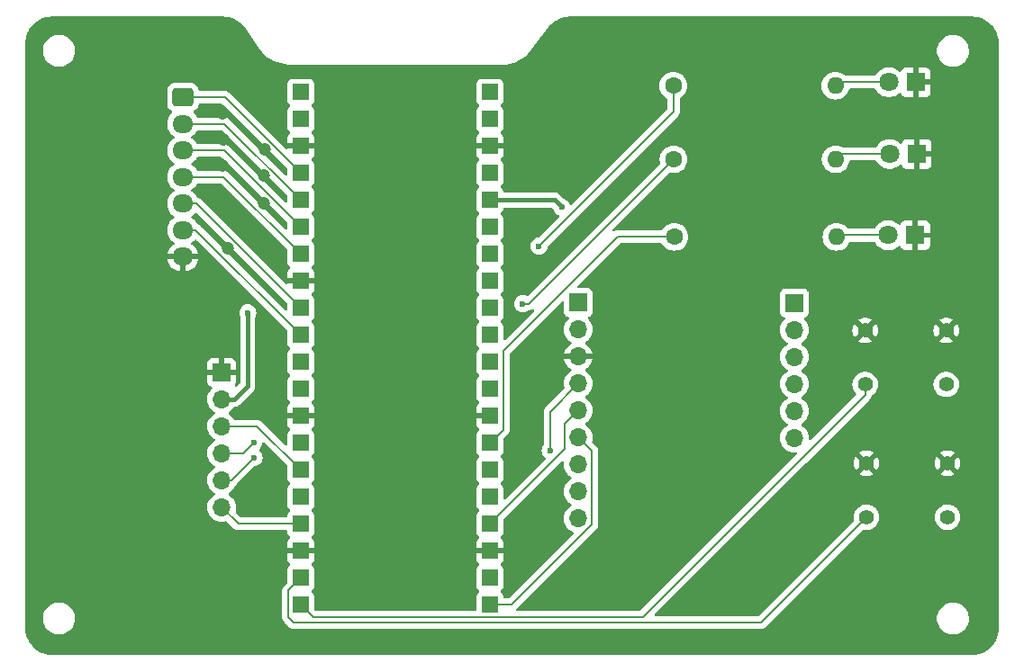
<source format=gbr>
%TF.GenerationSoftware,KiCad,Pcbnew,8.0.9-unknown-202502181922~c4009544a9~ubuntu24.04.1*%
%TF.CreationDate,2025-03-05T23:49:28+05:30*%
%TF.ProjectId,CircuitDesign_AEDTrainer,43697263-7569-4744-9465-7369676e5f41,rev?*%
%TF.SameCoordinates,Original*%
%TF.FileFunction,Copper,L1,Top*%
%TF.FilePolarity,Positive*%
%FSLAX46Y46*%
G04 Gerber Fmt 4.6, Leading zero omitted, Abs format (unit mm)*
G04 Created by KiCad (PCBNEW 8.0.9-unknown-202502181922~c4009544a9~ubuntu24.04.1) date 2025-03-05 23:49:28*
%MOMM*%
%LPD*%
G01*
G04 APERTURE LIST*
G04 Aperture macros list*
%AMRoundRect*
0 Rectangle with rounded corners*
0 $1 Rounding radius*
0 $2 $3 $4 $5 $6 $7 $8 $9 X,Y pos of 4 corners*
0 Add a 4 corners polygon primitive as box body*
4,1,4,$2,$3,$4,$5,$6,$7,$8,$9,$2,$3,0*
0 Add four circle primitives for the rounded corners*
1,1,$1+$1,$2,$3*
1,1,$1+$1,$4,$5*
1,1,$1+$1,$6,$7*
1,1,$1+$1,$8,$9*
0 Add four rect primitives between the rounded corners*
20,1,$1+$1,$2,$3,$4,$5,0*
20,1,$1+$1,$4,$5,$6,$7,0*
20,1,$1+$1,$6,$7,$8,$9,0*
20,1,$1+$1,$8,$9,$2,$3,0*%
G04 Aperture macros list end*
%TA.AperFunction,ComponentPad*%
%ADD10R,1.508000X1.508000*%
%TD*%
%TA.AperFunction,ComponentPad*%
%ADD11C,1.397000*%
%TD*%
%TA.AperFunction,ComponentPad*%
%ADD12C,1.600000*%
%TD*%
%TA.AperFunction,ComponentPad*%
%ADD13O,1.600000X1.600000*%
%TD*%
%TA.AperFunction,ComponentPad*%
%ADD14R,1.700000X1.700000*%
%TD*%
%TA.AperFunction,ComponentPad*%
%ADD15O,1.700000X1.700000*%
%TD*%
%TA.AperFunction,ComponentPad*%
%ADD16RoundRect,0.250000X-0.725000X0.600000X-0.725000X-0.600000X0.725000X-0.600000X0.725000X0.600000X0*%
%TD*%
%TA.AperFunction,ComponentPad*%
%ADD17O,1.950000X1.700000*%
%TD*%
%TA.AperFunction,ComponentPad*%
%ADD18R,1.800000X1.800000*%
%TD*%
%TA.AperFunction,ComponentPad*%
%ADD19C,1.800000*%
%TD*%
%TA.AperFunction,ViaPad*%
%ADD20C,1.200000*%
%TD*%
%TA.AperFunction,ViaPad*%
%ADD21C,0.600000*%
%TD*%
%TA.AperFunction,Conductor*%
%ADD22C,0.400000*%
%TD*%
%TA.AperFunction,Conductor*%
%ADD23C,0.200000*%
%TD*%
G04 APERTURE END LIST*
D10*
%TO.P,U1,3V3,3V3*%
%TO.N,/3V3*%
X134191200Y-75441200D03*
%TO.P,U1,3V3_EN,3V3_EN*%
%TO.N,unconnected-(U1-Pad3V3_EN)*%
X134191200Y-72901200D03*
%TO.P,U1,ADC_VREF,ADC_VREF*%
%TO.N,unconnected-(U1-PadADC_VREF)*%
X134191200Y-77981200D03*
%TO.P,U1,AGND,AGND*%
%TO.N,unconnected-(U1-PadAGND)*%
X134191200Y-83061200D03*
%TO.P,U1,GND,GND*%
%TO.N,GND*%
X134191200Y-70361200D03*
%TO.P,U1,GND2,GND2*%
X134191200Y-95761200D03*
%TO.P,U1,GND3,GND3*%
X134191200Y-108461200D03*
%TO.P,U1,GND4,GND4*%
X116411200Y-70361200D03*
%TO.P,U1,GND5,GND5*%
X116411200Y-83061200D03*
%TO.P,U1,GND6,GND6*%
X116411200Y-95761200D03*
%TO.P,U1,GND7,GND7*%
X116411200Y-108461200D03*
%TO.P,U1,GP0,GP0*%
%TO.N,unconnected-(U1-PadGP0)*%
X116411200Y-65281200D03*
%TO.P,U1,GP1,GP1*%
%TO.N,unconnected-(U1-PadGP1)*%
X116411200Y-67821200D03*
%TO.P,U1,GP2,GP2*%
%TO.N,/GPIO_2*%
X116411200Y-72901200D03*
%TO.P,U1,GP3,GP3*%
%TO.N,/GPIO_3*%
X116411200Y-75441200D03*
%TO.P,U1,GP4,GP4*%
%TO.N,/GPIO_4*%
X116411200Y-77981200D03*
%TO.P,U1,GP5,GP5*%
%TO.N,/GPIO_5*%
X116411200Y-80521200D03*
%TO.P,U1,GP6,GP6*%
%TO.N,/GPIO_6*%
X116411200Y-85601200D03*
%TO.P,U1,GP7,GP7*%
%TO.N,/GPIO_7*%
X116411200Y-88141200D03*
%TO.P,U1,GP8,GP8*%
%TO.N,/MOSI*%
X116411200Y-90681200D03*
%TO.P,U1,GP9,GP9*%
%TO.N,unconnected-(U1-PadGP9)*%
X116411200Y-93221200D03*
%TO.P,U1,GP10,GP10*%
%TO.N,/SCK*%
X116411200Y-98301200D03*
%TO.P,U1,GP11,GP11*%
%TO.N,/MISO*%
X116411200Y-100841200D03*
%TO.P,U1,GP12,GP12*%
%TO.N,unconnected-(U1-PadGP12)*%
X116411200Y-103381200D03*
%TO.P,U1,GP13,GP13*%
%TO.N,/CS*%
X116411200Y-105921200D03*
%TO.P,U1,GP14,GP14*%
%TO.N,/PLAY*%
X116411200Y-111001200D03*
%TO.P,U1,GP15,GP15*%
%TO.N,/PAUSE*%
X116411200Y-113541200D03*
%TO.P,U1,GP16,GP16*%
%TO.N,/BCLK*%
X134191200Y-113541200D03*
%TO.P,U1,GP17,GP17*%
%TO.N,/WSEL*%
X134191200Y-111001200D03*
%TO.P,U1,GP18,GP18*%
%TO.N,/DIN*%
X134191200Y-105921200D03*
%TO.P,U1,GP19,GP19*%
%TO.N,/LED_0*%
X134191200Y-103381200D03*
%TO.P,U1,GP20,GP20*%
%TO.N,/LED_1*%
X134191200Y-100841200D03*
%TO.P,U1,GP21,GP21*%
%TO.N,/LED_2*%
X134191200Y-98301200D03*
%TO.P,U1,GP22,GP22*%
%TO.N,unconnected-(U1-PadGP22)*%
X134191200Y-93221200D03*
%TO.P,U1,GP26_A0,GP26_A0*%
%TO.N,unconnected-(U1-PadGP26_A0)*%
X134191200Y-88141200D03*
%TO.P,U1,GP27_A1,GP27_A1*%
%TO.N,unconnected-(U1-PadGP27_A1)*%
X134191200Y-85601200D03*
%TO.P,U1,GP28_A2,GP28_A2*%
%TO.N,unconnected-(U1-PadGP28_A2)*%
X134191200Y-80521200D03*
%TO.P,U1,RUN,RUN*%
%TO.N,unconnected-(U1-PadRUN)*%
X134191200Y-90681200D03*
%TO.P,U1,VBUS,VBUS*%
%TO.N,/VBUS*%
X134191200Y-65281200D03*
%TO.P,U1,VSYS,VSYS*%
%TO.N,unconnected-(U1-PadVSYS)*%
X134191200Y-67821200D03*
%TD*%
D11*
%TO.P,SW3,1,1*%
%TO.N,/PLAY*%
X169590000Y-105290000D03*
X177210000Y-105290000D03*
%TO.P,SW3,2,2*%
%TO.N,GND*%
X169590000Y-100210000D03*
X177210000Y-100210000D03*
%TD*%
%TO.P,SW2,1,1*%
%TO.N,/PAUSE*%
X169465000Y-92790000D03*
X177085000Y-92790000D03*
%TO.P,SW2,2,2*%
%TO.N,GND*%
X169465000Y-87710000D03*
X177085000Y-87710000D03*
%TD*%
D12*
%TO.P,R3,1*%
%TO.N,/LED_2*%
X151530000Y-78900000D03*
D13*
%TO.P,R3,2*%
%TO.N,Net-(D3-A)*%
X166770000Y-78900000D03*
%TD*%
D12*
%TO.P,R2,1*%
%TO.N,/LED_1*%
X151455000Y-71600000D03*
D13*
%TO.P,R2,2*%
%TO.N,Net-(D2-A)*%
X166695000Y-71600000D03*
%TD*%
D12*
%TO.P,R1,1*%
%TO.N,/LED_0*%
X151430000Y-64675000D03*
D13*
%TO.P,R1,2*%
%TO.N,Net-(D1-A)*%
X166670000Y-64675000D03*
%TD*%
D14*
%TO.P,J4,1,Pin_1*%
%TO.N,unconnected-(J4-Pin_1-Pad1)*%
X162825000Y-85125000D03*
D15*
%TO.P,J4,2,Pin_2*%
%TO.N,unconnected-(J4-Pin_2-Pad2)*%
X162825000Y-87665000D03*
%TO.P,J4,3,Pin_3*%
%TO.N,unconnected-(J4-Pin_3-Pad3)*%
X162825000Y-90205000D03*
%TO.P,J4,4,Pin_4*%
%TO.N,unconnected-(J4-Pin_4-Pad4)*%
X162825000Y-92745000D03*
%TO.P,J4,5,Pin_5*%
%TO.N,unconnected-(J4-Pin_5-Pad5)*%
X162825000Y-95285000D03*
%TO.P,J4,6,Pin_6*%
%TO.N,unconnected-(J4-Pin_6-Pad6)*%
X162825000Y-97825000D03*
%TD*%
D14*
%TO.P,J3,1,Pin_1*%
%TO.N,unconnected-(J3-Pin_1-Pad1)*%
X142500000Y-85080000D03*
D15*
%TO.P,J3,2,Pin_2*%
%TO.N,/3V3*%
X142500000Y-87620000D03*
%TO.P,J3,3,Pin_3*%
%TO.N,GND*%
X142500000Y-90160000D03*
%TO.P,J3,4,Pin_4*%
%TO.N,/WSEL*%
X142500000Y-92700000D03*
%TO.P,J3,5,Pin_5*%
%TO.N,/DIN*%
X142500000Y-95240000D03*
%TO.P,J3,6,Pin_6*%
%TO.N,/BCLK*%
X142500000Y-97780000D03*
%TO.P,J3,7,Pin_7*%
%TO.N,unconnected-(J3-Pin_7-Pad7)*%
X142500000Y-100320000D03*
%TO.P,J3,8,Pin_8*%
%TO.N,unconnected-(J3-Pin_8-Pad8)*%
X142500000Y-102860000D03*
%TO.P,J3,9,Pin_9*%
%TO.N,unconnected-(J3-Pin_9-Pad9)*%
X142500000Y-105400000D03*
%TD*%
D16*
%TO.P,J2,1,Pin_1*%
%TO.N,/GPIO_2*%
X105325000Y-65775000D03*
D17*
%TO.P,J2,2,Pin_2*%
%TO.N,/GPIO_3*%
X105325000Y-68275000D03*
%TO.P,J2,3,Pin_3*%
%TO.N,/GPIO_4*%
X105325000Y-70775000D03*
%TO.P,J2,4,Pin_4*%
%TO.N,/GPIO_5*%
X105325000Y-73275000D03*
%TO.P,J2,5,Pin_5*%
%TO.N,/GPIO_6*%
X105325000Y-75775000D03*
%TO.P,J2,6,Pin_6*%
%TO.N,/GPIO_7*%
X105325000Y-78275000D03*
%TO.P,J2,7,Pin_7*%
%TO.N,GND*%
X105325000Y-80775000D03*
%TD*%
D14*
%TO.P,J1,1,Pin_1*%
%TO.N,GND*%
X108975000Y-91650000D03*
D15*
%TO.P,J1,2,Pin_2*%
%TO.N,/VBUS*%
X108975000Y-94190000D03*
%TO.P,J1,3,Pin_3*%
%TO.N,/MISO*%
X108975000Y-96730000D03*
%TO.P,J1,4,Pin_4*%
%TO.N,/MOSI*%
X108975000Y-99270000D03*
%TO.P,J1,5,Pin_5*%
%TO.N,/SCK*%
X108975000Y-101810000D03*
%TO.P,J1,6,Pin_6*%
%TO.N,/CS*%
X108975000Y-104350000D03*
%TD*%
D18*
%TO.P,D3,1,K*%
%TO.N,GND*%
X174170000Y-78750000D03*
D19*
%TO.P,D3,2,A*%
%TO.N,Net-(D3-A)*%
X171630000Y-78750000D03*
%TD*%
D18*
%TO.P,D2,1,K*%
%TO.N,GND*%
X174300000Y-71105000D03*
D19*
%TO.P,D2,2,A*%
%TO.N,Net-(D2-A)*%
X171760000Y-71105000D03*
%TD*%
D18*
%TO.P,D1,1,K*%
%TO.N,GND*%
X174225000Y-64350000D03*
D19*
%TO.P,D1,2,A*%
%TO.N,Net-(D1-A)*%
X171685000Y-64350000D03*
%TD*%
D20*
%TO.N,GND*%
X112250000Y-102950000D03*
X109525000Y-79950000D03*
X113050000Y-70675000D03*
X112900000Y-75750000D03*
X112975000Y-73150000D03*
X109075000Y-72150000D03*
X109100000Y-69750000D03*
X109050000Y-67275000D03*
X166875000Y-83475000D03*
X159800000Y-110400000D03*
X111175000Y-61075000D03*
X106075000Y-113375000D03*
X146200000Y-111175000D03*
X168150000Y-112500000D03*
X153575000Y-90925000D03*
X142950000Y-65775000D03*
X124650000Y-78500000D03*
X97425000Y-86925000D03*
D21*
%TO.N,/VBUS*%
X111425000Y-86050000D03*
%TO.N,/3V3*%
X140925000Y-76100000D03*
%TO.N,/WSEL*%
X139850000Y-99025000D03*
%TO.N,/LED_0*%
X138800000Y-79775000D03*
%TO.N,/LED_1*%
X137275000Y-85200000D03*
%TO.N,/SCK*%
X112025000Y-99675000D03*
%TO.N,/MOSI*%
X111975000Y-98275000D03*
%TD*%
D22*
%TO.N,/VBUS*%
X111425000Y-92942081D02*
X111425000Y-86050000D01*
X110177081Y-94190000D02*
X111425000Y-92942081D01*
X108975000Y-94190000D02*
X110177081Y-94190000D01*
%TO.N,/3V3*%
X140266200Y-75441200D02*
X140925000Y-76100000D01*
X134191200Y-75441200D02*
X140266200Y-75441200D01*
D23*
%TO.N,/WSEL*%
X139850000Y-95350000D02*
X139850000Y-99025000D01*
X142500000Y-92700000D02*
X139850000Y-95350000D01*
%TO.N,/DIN*%
X142500000Y-95240000D02*
X141250000Y-96490000D01*
X141250000Y-96490000D02*
X141250000Y-98862400D01*
X141250000Y-98862400D02*
X134191200Y-105921200D01*
%TO.N,/BCLK*%
X142500000Y-97780000D02*
X143750000Y-99030000D01*
X143750000Y-99030000D02*
X143750000Y-105975000D01*
X143750000Y-105975000D02*
X136183800Y-113541200D01*
X136183800Y-113541200D02*
X134191200Y-113541200D01*
%TO.N,/PLAY*%
X169590000Y-105290000D02*
X159684800Y-115195200D01*
X115257200Y-112155200D02*
X116411200Y-111001200D01*
X159684800Y-115195200D02*
X115757200Y-115195200D01*
X115757200Y-115195200D02*
X115257200Y-114695200D01*
X115257200Y-114695200D02*
X115257200Y-112155200D01*
%TO.N,/PAUSE*%
X169465000Y-92790000D02*
X169465000Y-93777828D01*
X169465000Y-93777828D02*
X148547628Y-114695200D01*
X117565200Y-114695200D02*
X116411200Y-113541200D01*
X148547628Y-114695200D02*
X117565200Y-114695200D01*
%TO.N,Net-(D3-A)*%
X171630000Y-78750000D02*
X166920000Y-78750000D01*
X166920000Y-78750000D02*
X166770000Y-78900000D01*
%TO.N,Net-(D2-A)*%
X171760000Y-71105000D02*
X167190000Y-71105000D01*
X167190000Y-71105000D02*
X166695000Y-71600000D01*
%TO.N,Net-(D1-A)*%
X171685000Y-64350000D02*
X166995000Y-64350000D01*
X166995000Y-64350000D02*
X166670000Y-64675000D01*
%TO.N,/LED_0*%
X151430000Y-67145000D02*
X138800000Y-79775000D01*
X151430000Y-64675000D02*
X151430000Y-67145000D01*
%TO.N,/LED_1*%
X137855000Y-85200000D02*
X137275000Y-85200000D01*
X151455000Y-71600000D02*
X137855000Y-85200000D01*
%TO.N,/LED_2*%
X151530000Y-78900000D02*
X146180000Y-78900000D01*
X146180000Y-78900000D02*
X135445200Y-89634800D01*
X135445200Y-89634800D02*
X135445200Y-97047200D01*
X135445200Y-97047200D02*
X134191200Y-98301200D01*
%TO.N,/CS*%
X108975000Y-104350000D02*
X110546200Y-105921200D01*
X110546200Y-105921200D02*
X116411200Y-105921200D01*
%TO.N,/SCK*%
X109890000Y-101810000D02*
X112025000Y-99675000D01*
X108975000Y-101810000D02*
X109890000Y-101810000D01*
%TO.N,/MOSI*%
X110980000Y-99270000D02*
X111975000Y-98275000D01*
X108975000Y-99270000D02*
X110980000Y-99270000D01*
%TO.N,/MISO*%
X108975000Y-96730000D02*
X112300000Y-96730000D01*
X112300000Y-96730000D02*
X116411200Y-100841200D01*
%TO.N,/GPIO_7*%
X105325000Y-78275000D02*
X106545000Y-78275000D01*
X106545000Y-78275000D02*
X116411200Y-88141200D01*
%TO.N,/GPIO_6*%
X105325000Y-75775000D02*
X106585000Y-75775000D01*
X106585000Y-75775000D02*
X116411200Y-85601200D01*
%TO.N,/GPIO_5*%
X105325000Y-73275000D02*
X109165000Y-73275000D01*
X109165000Y-73275000D02*
X116411200Y-80521200D01*
%TO.N,/GPIO_4*%
X105325000Y-70775000D02*
X109205000Y-70775000D01*
X109205000Y-70775000D02*
X116411200Y-77981200D01*
%TO.N,/GPIO_3*%
X105325000Y-68275000D02*
X109245000Y-68275000D01*
X109245000Y-68275000D02*
X116411200Y-75441200D01*
%TO.N,/GPIO_2*%
X105325000Y-65775000D02*
X109285000Y-65775000D01*
X109285000Y-65775000D02*
X116411200Y-72901200D01*
%TD*%
%TA.AperFunction,Conductor*%
%TO.N,GND*%
G36*
X141082652Y-99981496D02*
G01*
X141138585Y-100023368D01*
X141163002Y-100088832D01*
X141162846Y-100108485D01*
X141144341Y-100319998D01*
X141144341Y-100320000D01*
X141164936Y-100555403D01*
X141164938Y-100555413D01*
X141226094Y-100783655D01*
X141226096Y-100783659D01*
X141226097Y-100783663D01*
X141274720Y-100887934D01*
X141325965Y-100997830D01*
X141325967Y-100997834D01*
X141461501Y-101191395D01*
X141461506Y-101191402D01*
X141628597Y-101358493D01*
X141628603Y-101358498D01*
X141814158Y-101488425D01*
X141857783Y-101543002D01*
X141864977Y-101612500D01*
X141833454Y-101674855D01*
X141814158Y-101691575D01*
X141628597Y-101821505D01*
X141461505Y-101988597D01*
X141325965Y-102182169D01*
X141325964Y-102182171D01*
X141226098Y-102396335D01*
X141226094Y-102396344D01*
X141164938Y-102624586D01*
X141164936Y-102624596D01*
X141144341Y-102859999D01*
X141144341Y-102860000D01*
X141164936Y-103095403D01*
X141164938Y-103095413D01*
X141226094Y-103323655D01*
X141226096Y-103323659D01*
X141226097Y-103323663D01*
X141298344Y-103478597D01*
X141325965Y-103537830D01*
X141325967Y-103537834D01*
X141461501Y-103731395D01*
X141461506Y-103731402D01*
X141628597Y-103898493D01*
X141628603Y-103898498D01*
X141814158Y-104028425D01*
X141857783Y-104083002D01*
X141864977Y-104152500D01*
X141833454Y-104214855D01*
X141814158Y-104231575D01*
X141628597Y-104361505D01*
X141461505Y-104528597D01*
X141325965Y-104722169D01*
X141325964Y-104722171D01*
X141226098Y-104936335D01*
X141226094Y-104936344D01*
X141164938Y-105164586D01*
X141164936Y-105164596D01*
X141144341Y-105399999D01*
X141144341Y-105400000D01*
X141164936Y-105635403D01*
X141164938Y-105635413D01*
X141226094Y-105863655D01*
X141226096Y-105863659D01*
X141226097Y-105863663D01*
X141314879Y-106054055D01*
X141325965Y-106077830D01*
X141325967Y-106077834D01*
X141416260Y-106206784D01*
X141461505Y-106271401D01*
X141628599Y-106438495D01*
X141725384Y-106506265D01*
X141822165Y-106574032D01*
X141822167Y-106574033D01*
X141822170Y-106574035D01*
X141988725Y-106651701D01*
X142041163Y-106697872D01*
X142060315Y-106765066D01*
X142040099Y-106831947D01*
X142024000Y-106851763D01*
X135971384Y-112904381D01*
X135910061Y-112937866D01*
X135883703Y-112940700D01*
X135569699Y-112940700D01*
X135502660Y-112921015D01*
X135456905Y-112868211D01*
X135445699Y-112816700D01*
X135445699Y-112739329D01*
X135445698Y-112739323D01*
X135445697Y-112739316D01*
X135439291Y-112679717D01*
X135388996Y-112544869D01*
X135388995Y-112544868D01*
X135388993Y-112544864D01*
X135302747Y-112429655D01*
X135302744Y-112429652D01*
X135223682Y-112370466D01*
X135181811Y-112314533D01*
X135176827Y-112244841D01*
X135210313Y-112183518D01*
X135223682Y-112171934D01*
X135268615Y-112138296D01*
X135302746Y-112112746D01*
X135388996Y-111997531D01*
X135439291Y-111862683D01*
X135445700Y-111803073D01*
X135445699Y-110199328D01*
X135439291Y-110139717D01*
X135388996Y-110004869D01*
X135388995Y-110004868D01*
X135388993Y-110004864D01*
X135302747Y-109889655D01*
X135223264Y-109830153D01*
X135181394Y-109774219D01*
X135176410Y-109704527D01*
X135209896Y-109643204D01*
X135223265Y-109631620D01*
X135302391Y-109572386D01*
X135388550Y-109457293D01*
X135388554Y-109457286D01*
X135438796Y-109322579D01*
X135438798Y-109322572D01*
X135445199Y-109263044D01*
X135445200Y-109263027D01*
X135445200Y-108711200D01*
X134624212Y-108711200D01*
X134657125Y-108654193D01*
X134691200Y-108527026D01*
X134691200Y-108395374D01*
X134657125Y-108268207D01*
X134624212Y-108211200D01*
X135445200Y-108211200D01*
X135445200Y-107659372D01*
X135445199Y-107659355D01*
X135438798Y-107599827D01*
X135438796Y-107599820D01*
X135388554Y-107465113D01*
X135388550Y-107465106D01*
X135302390Y-107350012D01*
X135302387Y-107350009D01*
X135223265Y-107290778D01*
X135181394Y-107234844D01*
X135176410Y-107165153D01*
X135209896Y-107103830D01*
X135223264Y-107092246D01*
X135302746Y-107032746D01*
X135388996Y-106917531D01*
X135439291Y-106782683D01*
X135445700Y-106723073D01*
X135445699Y-105567295D01*
X135465384Y-105500257D01*
X135482013Y-105479620D01*
X140951639Y-100009995D01*
X141012960Y-99976512D01*
X141082652Y-99981496D01*
G37*
%TD.AperFunction*%
%TA.AperFunction,Conductor*%
G36*
X112984427Y-98263662D02*
G01*
X114090174Y-99369410D01*
X115120381Y-100399617D01*
X115153866Y-100460940D01*
X115156700Y-100487298D01*
X115156700Y-101643070D01*
X115156701Y-101643076D01*
X115163108Y-101702683D01*
X115213402Y-101837528D01*
X115213406Y-101837535D01*
X115299652Y-101952744D01*
X115299653Y-101952744D01*
X115299654Y-101952746D01*
X115333999Y-101978457D01*
X115378718Y-102011934D01*
X115420588Y-102067868D01*
X115425572Y-102137560D01*
X115392086Y-102198883D01*
X115378718Y-102210466D01*
X115299652Y-102269655D01*
X115213406Y-102384864D01*
X115213402Y-102384871D01*
X115163108Y-102519717D01*
X115156701Y-102579316D01*
X115156701Y-102579323D01*
X115156700Y-102579335D01*
X115156700Y-104183070D01*
X115156701Y-104183076D01*
X115163108Y-104242683D01*
X115213402Y-104377528D01*
X115213406Y-104377535D01*
X115299652Y-104492744D01*
X115299653Y-104492744D01*
X115299654Y-104492746D01*
X115333999Y-104518457D01*
X115378718Y-104551934D01*
X115420588Y-104607868D01*
X115425572Y-104677560D01*
X115392086Y-104738883D01*
X115378718Y-104750466D01*
X115299652Y-104809655D01*
X115213406Y-104924864D01*
X115213402Y-104924871D01*
X115163108Y-105059717D01*
X115156701Y-105119316D01*
X115156701Y-105119323D01*
X115156700Y-105119335D01*
X115156700Y-105196700D01*
X115137015Y-105263739D01*
X115084211Y-105309494D01*
X115032700Y-105320700D01*
X110846297Y-105320700D01*
X110779258Y-105301015D01*
X110758616Y-105284381D01*
X110307766Y-104833531D01*
X110274281Y-104772208D01*
X110275672Y-104713757D01*
X110285371Y-104677560D01*
X110310063Y-104585408D01*
X110330659Y-104350000D01*
X110310063Y-104114592D01*
X110263626Y-103941285D01*
X110248905Y-103886344D01*
X110248904Y-103886343D01*
X110248903Y-103886337D01*
X110149035Y-103672171D01*
X110125997Y-103639268D01*
X110013494Y-103478597D01*
X109846402Y-103311506D01*
X109846396Y-103311501D01*
X109660842Y-103181575D01*
X109617217Y-103126998D01*
X109610023Y-103057500D01*
X109641546Y-102995145D01*
X109660842Y-102978425D01*
X109829970Y-102860000D01*
X109846401Y-102848495D01*
X110013495Y-102681401D01*
X110149035Y-102487830D01*
X110218373Y-102339132D01*
X110255273Y-102293160D01*
X110258703Y-102290527D01*
X110258716Y-102290520D01*
X110370520Y-102178716D01*
X110370520Y-102178714D01*
X110380724Y-102168511D01*
X110380728Y-102168506D01*
X112043535Y-100505698D01*
X112104856Y-100472215D01*
X112117311Y-100470163D01*
X112204255Y-100460368D01*
X112374522Y-100400789D01*
X112527262Y-100304816D01*
X112654816Y-100177262D01*
X112750789Y-100024522D01*
X112810368Y-99854255D01*
X112810369Y-99854249D01*
X112830565Y-99675003D01*
X112830565Y-99674996D01*
X112810369Y-99495750D01*
X112810368Y-99495745D01*
X112771395Y-99384366D01*
X112750789Y-99325478D01*
X112654816Y-99172738D01*
X112527262Y-99045184D01*
X112522338Y-99040260D01*
X112523865Y-99038732D01*
X112489694Y-98990042D01*
X112486848Y-98920231D01*
X112519465Y-98862612D01*
X112604816Y-98777262D01*
X112700789Y-98624522D01*
X112760368Y-98454255D01*
X112773527Y-98337461D01*
X112800593Y-98273047D01*
X112858187Y-98233492D01*
X112928024Y-98231353D01*
X112984427Y-98263662D01*
G37*
%TD.AperFunction*%
%TA.AperFunction,Conductor*%
G36*
X141068834Y-84962914D02*
G01*
X141124767Y-85004786D01*
X141149184Y-85070250D01*
X141149500Y-85079096D01*
X141149500Y-85977870D01*
X141149501Y-85977876D01*
X141155908Y-86037483D01*
X141206202Y-86172328D01*
X141206206Y-86172335D01*
X141292452Y-86287544D01*
X141292455Y-86287547D01*
X141407664Y-86373793D01*
X141407671Y-86373797D01*
X141539081Y-86422810D01*
X141595015Y-86464681D01*
X141619432Y-86530145D01*
X141604580Y-86598418D01*
X141583430Y-86626673D01*
X141461503Y-86748600D01*
X141325965Y-86942169D01*
X141325964Y-86942171D01*
X141226098Y-87156335D01*
X141226094Y-87156344D01*
X141164938Y-87384586D01*
X141164936Y-87384596D01*
X141144341Y-87619999D01*
X141144341Y-87620000D01*
X141164936Y-87855403D01*
X141164938Y-87855413D01*
X141226094Y-88083655D01*
X141226096Y-88083659D01*
X141226097Y-88083663D01*
X141254605Y-88144798D01*
X141325965Y-88297830D01*
X141325967Y-88297834D01*
X141358037Y-88343634D01*
X141461505Y-88491401D01*
X141628599Y-88658495D01*
X141812764Y-88787449D01*
X141814594Y-88788730D01*
X141858219Y-88843307D01*
X141865413Y-88912805D01*
X141833890Y-88975160D01*
X141814595Y-88991880D01*
X141628922Y-89121890D01*
X141628920Y-89121891D01*
X141461891Y-89288920D01*
X141461886Y-89288926D01*
X141326400Y-89482420D01*
X141326399Y-89482422D01*
X141226570Y-89696507D01*
X141226567Y-89696513D01*
X141169364Y-89909999D01*
X141169364Y-89910000D01*
X142066988Y-89910000D01*
X142034075Y-89967007D01*
X142000000Y-90094174D01*
X142000000Y-90225826D01*
X142034075Y-90352993D01*
X142066988Y-90410000D01*
X141169364Y-90410000D01*
X141226567Y-90623486D01*
X141226570Y-90623492D01*
X141326399Y-90837578D01*
X141461894Y-91031082D01*
X141628917Y-91198105D01*
X141814595Y-91328119D01*
X141858219Y-91382696D01*
X141865412Y-91452195D01*
X141833890Y-91514549D01*
X141814595Y-91531269D01*
X141628594Y-91661508D01*
X141461505Y-91828597D01*
X141325965Y-92022169D01*
X141325964Y-92022171D01*
X141226098Y-92236335D01*
X141226094Y-92236344D01*
X141164938Y-92464586D01*
X141164936Y-92464596D01*
X141144341Y-92699999D01*
X141144341Y-92700000D01*
X141164936Y-92935403D01*
X141164938Y-92935413D01*
X141199327Y-93063756D01*
X141197664Y-93133606D01*
X141167233Y-93183530D01*
X140315707Y-94035057D01*
X139481286Y-94869478D01*
X139481284Y-94869480D01*
X139451012Y-94899752D01*
X139369481Y-94981282D01*
X139369480Y-94981284D01*
X139353932Y-95008215D01*
X139290423Y-95118215D01*
X139249499Y-95270943D01*
X139249499Y-95270945D01*
X139249499Y-95439046D01*
X139249500Y-95439059D01*
X139249500Y-98442587D01*
X139229815Y-98509626D01*
X139222450Y-98519896D01*
X139220186Y-98522734D01*
X139124211Y-98675476D01*
X139064631Y-98845745D01*
X139064630Y-98845750D01*
X139044435Y-99024996D01*
X139044435Y-99025003D01*
X139064630Y-99204249D01*
X139064631Y-99204254D01*
X139124211Y-99374523D01*
X139220184Y-99527262D01*
X139347737Y-99654815D01*
X139347740Y-99654817D01*
X139376126Y-99672654D01*
X139422417Y-99724989D01*
X139433064Y-99794043D01*
X139404688Y-99857891D01*
X139397834Y-99865328D01*
X135657380Y-103605783D01*
X135596057Y-103639268D01*
X135526365Y-103634284D01*
X135470432Y-103592412D01*
X135446015Y-103526948D01*
X135445699Y-103518102D01*
X135445699Y-102579329D01*
X135445698Y-102579323D01*
X135445697Y-102579316D01*
X135439291Y-102519717D01*
X135427399Y-102487834D01*
X135388997Y-102384871D01*
X135388993Y-102384864D01*
X135302747Y-102269655D01*
X135302744Y-102269652D01*
X135223682Y-102210466D01*
X135181811Y-102154533D01*
X135176827Y-102084841D01*
X135210313Y-102023518D01*
X135223682Y-102011934D01*
X135268615Y-101978296D01*
X135302746Y-101952746D01*
X135388996Y-101837531D01*
X135439291Y-101702683D01*
X135445700Y-101643073D01*
X135445699Y-100039328D01*
X135439291Y-99979717D01*
X135427399Y-99947834D01*
X135388997Y-99844871D01*
X135388993Y-99844864D01*
X135302747Y-99729655D01*
X135302744Y-99729652D01*
X135223682Y-99670466D01*
X135181811Y-99614533D01*
X135176827Y-99544841D01*
X135210313Y-99483518D01*
X135223682Y-99471934D01*
X135268615Y-99438296D01*
X135302746Y-99412746D01*
X135388996Y-99297531D01*
X135439291Y-99162683D01*
X135445700Y-99103073D01*
X135445699Y-97947295D01*
X135465384Y-97880257D01*
X135482013Y-97859620D01*
X135813913Y-97527721D01*
X135813916Y-97527720D01*
X135925720Y-97415916D01*
X135975839Y-97329104D01*
X136004777Y-97278985D01*
X136045701Y-97126257D01*
X136045701Y-96968142D01*
X136045701Y-96960547D01*
X136045700Y-96960529D01*
X136045700Y-89934897D01*
X136065385Y-89867858D01*
X136082019Y-89847216D01*
X138499649Y-87429586D01*
X140937821Y-84991413D01*
X140999142Y-84957930D01*
X141068834Y-84962914D01*
G37*
%TD.AperFunction*%
%TA.AperFunction,Conductor*%
G36*
X106591163Y-76646245D02*
G01*
X106635511Y-76674746D01*
X115120381Y-85159616D01*
X115153866Y-85220939D01*
X115156700Y-85247297D01*
X115156700Y-85738103D01*
X115137015Y-85805142D01*
X115084211Y-85850897D01*
X115015053Y-85860841D01*
X114951497Y-85831816D01*
X114945019Y-85825784D01*
X107032590Y-77913355D01*
X107032588Y-77913352D01*
X106913717Y-77794481D01*
X106913716Y-77794480D01*
X106826904Y-77744360D01*
X106826904Y-77744359D01*
X106826900Y-77744358D01*
X106776785Y-77715423D01*
X106776784Y-77715422D01*
X106776783Y-77715422D01*
X106776782Y-77715421D01*
X106718697Y-77699857D01*
X106659037Y-77663492D01*
X106640307Y-77636378D01*
X106605048Y-77567179D01*
X106480109Y-77395213D01*
X106329792Y-77244896D01*
X106239554Y-77179335D01*
X106165204Y-77125316D01*
X106122540Y-77069989D01*
X106116561Y-77000376D01*
X106149166Y-76938580D01*
X106165199Y-76924686D01*
X106329792Y-76805104D01*
X106460152Y-76674743D01*
X106521471Y-76641261D01*
X106591163Y-76646245D01*
G37*
%TD.AperFunction*%
%TA.AperFunction,Conductor*%
G36*
X108931942Y-73895185D02*
G01*
X108952584Y-73911819D01*
X115120381Y-80079616D01*
X115153866Y-80140939D01*
X115156700Y-80167297D01*
X115156700Y-81323070D01*
X115156701Y-81323076D01*
X115163108Y-81382683D01*
X115213402Y-81517528D01*
X115213406Y-81517535D01*
X115299652Y-81632744D01*
X115299653Y-81632744D01*
X115299654Y-81632746D01*
X115339978Y-81662932D01*
X115379135Y-81692246D01*
X115421005Y-81748180D01*
X115425989Y-81817872D01*
X115392503Y-81879194D01*
X115379135Y-81890778D01*
X115300009Y-81950012D01*
X115213849Y-82065106D01*
X115213845Y-82065113D01*
X115163603Y-82199820D01*
X115163601Y-82199827D01*
X115157200Y-82259355D01*
X115157200Y-82811200D01*
X115978188Y-82811200D01*
X115945275Y-82868207D01*
X115911200Y-82995374D01*
X115911200Y-83127026D01*
X115945275Y-83254193D01*
X115978188Y-83311200D01*
X115157199Y-83311200D01*
X115151497Y-83316902D01*
X115090174Y-83350387D01*
X115020482Y-83345401D01*
X114976136Y-83316901D01*
X107072590Y-75413355D01*
X107072588Y-75413352D01*
X106953717Y-75294481D01*
X106953716Y-75294480D01*
X106853935Y-75236872D01*
X106853934Y-75236871D01*
X106816783Y-75215422D01*
X106752647Y-75198237D01*
X106712373Y-75187445D01*
X106652714Y-75151081D01*
X106633983Y-75123966D01*
X106615299Y-75087297D01*
X106605051Y-75067184D01*
X106597023Y-75056134D01*
X106480109Y-74895213D01*
X106329792Y-74744896D01*
X106224243Y-74668211D01*
X106165204Y-74625316D01*
X106122540Y-74569989D01*
X106116561Y-74500376D01*
X106149166Y-74438580D01*
X106165199Y-74424686D01*
X106329792Y-74305104D01*
X106480104Y-74154792D01*
X106480106Y-74154788D01*
X106480109Y-74154786D01*
X106583305Y-74012747D01*
X106605051Y-73982816D01*
X106605349Y-73982230D01*
X106625235Y-73943205D01*
X106673209Y-73892409D01*
X106735719Y-73875500D01*
X108864903Y-73875500D01*
X108931942Y-73895185D01*
G37*
%TD.AperFunction*%
%TA.AperFunction,Conductor*%
G36*
X108971942Y-71395185D02*
G01*
X108992583Y-71411818D01*
X115120382Y-77539618D01*
X115153866Y-77600939D01*
X115156700Y-77627297D01*
X115156700Y-78118103D01*
X115137015Y-78185142D01*
X115084211Y-78230897D01*
X115015053Y-78240841D01*
X114951497Y-78211816D01*
X114945019Y-78205784D01*
X109652590Y-72913355D01*
X109652588Y-72913352D01*
X109533717Y-72794481D01*
X109533716Y-72794480D01*
X109446904Y-72744360D01*
X109446904Y-72744359D01*
X109446900Y-72744358D01*
X109396785Y-72715423D01*
X109244057Y-72674499D01*
X109085943Y-72674499D01*
X109078347Y-72674499D01*
X109078331Y-72674500D01*
X106735719Y-72674500D01*
X106668680Y-72654815D01*
X106625235Y-72606795D01*
X106605052Y-72567185D01*
X106605051Y-72567184D01*
X106480109Y-72395213D01*
X106329792Y-72244896D01*
X106329784Y-72244890D01*
X106165204Y-72125316D01*
X106122540Y-72069989D01*
X106116561Y-72000376D01*
X106149166Y-71938580D01*
X106165199Y-71924686D01*
X106329792Y-71805104D01*
X106480104Y-71654792D01*
X106480106Y-71654788D01*
X106480109Y-71654786D01*
X106548029Y-71561300D01*
X106605051Y-71482816D01*
X106605349Y-71482230D01*
X106625235Y-71443205D01*
X106673209Y-71392409D01*
X106735719Y-71375500D01*
X108904903Y-71375500D01*
X108971942Y-71395185D01*
G37*
%TD.AperFunction*%
%TA.AperFunction,Conductor*%
G36*
X109011942Y-68895185D02*
G01*
X109032584Y-68911819D01*
X115120381Y-74999616D01*
X115153866Y-75060939D01*
X115156700Y-75087297D01*
X115156700Y-75578103D01*
X115137015Y-75645142D01*
X115084211Y-75690897D01*
X115015053Y-75700841D01*
X114951497Y-75671816D01*
X114945019Y-75665784D01*
X109692590Y-70413355D01*
X109692588Y-70413352D01*
X109573717Y-70294481D01*
X109573716Y-70294480D01*
X109482552Y-70241847D01*
X109436785Y-70215423D01*
X109284057Y-70174499D01*
X109125943Y-70174499D01*
X109118347Y-70174499D01*
X109118331Y-70174500D01*
X106735719Y-70174500D01*
X106668680Y-70154815D01*
X106625235Y-70106795D01*
X106605052Y-70067185D01*
X106605051Y-70067184D01*
X106480109Y-69895213D01*
X106329792Y-69744896D01*
X106326772Y-69742702D01*
X106165204Y-69625316D01*
X106122540Y-69569989D01*
X106116561Y-69500376D01*
X106149166Y-69438580D01*
X106165199Y-69424686D01*
X106329792Y-69305104D01*
X106480104Y-69154792D01*
X106480106Y-69154788D01*
X106480109Y-69154786D01*
X106545230Y-69065153D01*
X106605051Y-68982816D01*
X106605349Y-68982230D01*
X106625235Y-68943205D01*
X106673209Y-68892409D01*
X106735719Y-68875500D01*
X108944903Y-68875500D01*
X109011942Y-68895185D01*
G37*
%TD.AperFunction*%
%TA.AperFunction,Conductor*%
G36*
X109051942Y-66395185D02*
G01*
X109072583Y-66411818D01*
X115120382Y-72459618D01*
X115153866Y-72520939D01*
X115156700Y-72547297D01*
X115156700Y-73038103D01*
X115137015Y-73105142D01*
X115084211Y-73150897D01*
X115015053Y-73160841D01*
X114951497Y-73131816D01*
X114945019Y-73125784D01*
X109732590Y-67913355D01*
X109732588Y-67913352D01*
X109613717Y-67794481D01*
X109613716Y-67794480D01*
X109526904Y-67744360D01*
X109526904Y-67744359D01*
X109526900Y-67744358D01*
X109476785Y-67715423D01*
X109324057Y-67674499D01*
X109165943Y-67674499D01*
X109158347Y-67674499D01*
X109158331Y-67674500D01*
X106735719Y-67674500D01*
X106668680Y-67654815D01*
X106625235Y-67606795D01*
X106605052Y-67567185D01*
X106605051Y-67567184D01*
X106480107Y-67395211D01*
X106341294Y-67256398D01*
X106307809Y-67195075D01*
X106312793Y-67125383D01*
X106354665Y-67069450D01*
X106363879Y-67063178D01*
X106369331Y-67059814D01*
X106369334Y-67059814D01*
X106518656Y-66967712D01*
X106642712Y-66843656D01*
X106734814Y-66694334D01*
X106789999Y-66527797D01*
X106794177Y-66486896D01*
X106820573Y-66422207D01*
X106877753Y-66382055D01*
X106917535Y-66375500D01*
X108984903Y-66375500D01*
X109051942Y-66395185D01*
G37*
%TD.AperFunction*%
%TA.AperFunction,Conductor*%
G36*
X109155197Y-58175682D02*
G01*
X109416450Y-58189908D01*
X109429847Y-58191372D01*
X109444134Y-58193724D01*
X109684677Y-58233323D01*
X109697813Y-58236227D01*
X109946589Y-58305596D01*
X109959350Y-58309915D01*
X110199114Y-58405873D01*
X110211330Y-58411551D01*
X110439264Y-58532972D01*
X110450799Y-58539946D01*
X110664200Y-58685386D01*
X110674910Y-58693573D01*
X110871258Y-58861316D01*
X110881010Y-58870609D01*
X111024818Y-59023426D01*
X111058000Y-59058687D01*
X111066691Y-59068992D01*
X111223658Y-59277079D01*
X111227570Y-59282570D01*
X111234539Y-59292936D01*
X111234543Y-59292941D01*
X112473184Y-61135550D01*
X112510370Y-61190867D01*
X112510676Y-61191264D01*
X112564758Y-61271756D01*
X112564769Y-61271771D01*
X112782708Y-61536053D01*
X112782717Y-61536063D01*
X112782719Y-61536065D01*
X113025440Y-61777824D01*
X113192104Y-61914155D01*
X113290607Y-61994731D01*
X113575677Y-62184707D01*
X113575683Y-62184710D01*
X113877946Y-62345949D01*
X113877951Y-62345951D01*
X114194492Y-62476900D01*
X114194502Y-62476903D01*
X114194508Y-62476906D01*
X114522344Y-62576329D01*
X114858320Y-62643269D01*
X115199227Y-62677085D01*
X115366543Y-62677234D01*
X115367960Y-62677235D01*
X115370517Y-62677238D01*
X115370517Y-62677239D01*
X115389320Y-62677258D01*
X115389321Y-62677259D01*
X115389322Y-62677259D01*
X135174327Y-62698810D01*
X135174338Y-62698811D01*
X135184293Y-62698821D01*
X135184294Y-62698822D01*
X135250186Y-62698894D01*
X135255469Y-62698898D01*
X135255507Y-62698910D01*
X135255508Y-62698899D01*
X135316078Y-62698965D01*
X135316081Y-62698963D01*
X135324535Y-62698973D01*
X135324676Y-62698964D01*
X135405138Y-62699040D01*
X135410179Y-62699045D01*
X135410179Y-62699044D01*
X135410186Y-62699045D01*
X135728883Y-62670200D01*
X136043620Y-62612401D01*
X136351772Y-62526132D01*
X136650770Y-62412111D01*
X136938118Y-62271290D01*
X137211422Y-62104842D01*
X137468403Y-61914155D01*
X137706916Y-61700821D01*
X137924973Y-61466618D01*
X137977130Y-61399204D01*
X137977241Y-61399081D01*
X137982566Y-61392195D01*
X137982569Y-61392194D01*
X138067878Y-61281902D01*
X176224500Y-61281902D01*
X176224500Y-61518097D01*
X176261446Y-61751368D01*
X176334433Y-61975996D01*
X176400085Y-62104844D01*
X176441657Y-62186433D01*
X176580483Y-62377510D01*
X176747490Y-62544517D01*
X176938567Y-62683343D01*
X177037991Y-62734002D01*
X177149003Y-62790566D01*
X177149005Y-62790566D01*
X177149008Y-62790568D01*
X177269412Y-62829689D01*
X177373631Y-62863553D01*
X177606903Y-62900500D01*
X177606908Y-62900500D01*
X177843097Y-62900500D01*
X178076368Y-62863553D01*
X178300992Y-62790568D01*
X178511433Y-62683343D01*
X178702510Y-62544517D01*
X178869517Y-62377510D01*
X179008343Y-62186433D01*
X179115568Y-61975992D01*
X179188553Y-61751368D01*
X179196559Y-61700821D01*
X179225500Y-61518097D01*
X179225500Y-61281902D01*
X179188553Y-61048631D01*
X179115566Y-60824003D01*
X179041555Y-60678750D01*
X179008343Y-60613567D01*
X178869517Y-60422490D01*
X178702510Y-60255483D01*
X178511433Y-60116657D01*
X178462368Y-60091657D01*
X178300996Y-60009433D01*
X178076368Y-59936446D01*
X177843097Y-59899500D01*
X177843092Y-59899500D01*
X177606908Y-59899500D01*
X177606903Y-59899500D01*
X177373631Y-59936446D01*
X177149003Y-60009433D01*
X176938566Y-60116657D01*
X176877878Y-60160750D01*
X176747490Y-60255483D01*
X176747488Y-60255485D01*
X176747487Y-60255485D01*
X176580485Y-60422487D01*
X176580485Y-60422488D01*
X176580483Y-60422490D01*
X176521966Y-60503031D01*
X176441657Y-60613566D01*
X176334433Y-60824003D01*
X176261446Y-61048631D01*
X176224500Y-61281902D01*
X138067878Y-61281902D01*
X139718000Y-59148528D01*
X139722449Y-59143104D01*
X139902396Y-58936021D01*
X139912243Y-58925915D01*
X140111970Y-58743053D01*
X140122898Y-58734137D01*
X140342138Y-58575193D01*
X140354022Y-58567572D01*
X140589915Y-58434615D01*
X140602595Y-58428393D01*
X140852094Y-58323142D01*
X140865376Y-58318412D01*
X141125238Y-58242238D01*
X141138991Y-58239045D01*
X141405824Y-58192941D01*
X141419842Y-58191335D01*
X141693592Y-58175702D01*
X141700662Y-58175500D01*
X179459108Y-58175500D01*
X179521249Y-58175500D01*
X179528736Y-58175726D01*
X179818796Y-58193271D01*
X179833659Y-58195076D01*
X180115798Y-58246780D01*
X180130335Y-58250363D01*
X180404172Y-58335695D01*
X180418163Y-58341000D01*
X180679743Y-58458727D01*
X180692989Y-58465680D01*
X180938465Y-58614075D01*
X180950776Y-58622573D01*
X181104576Y-58743067D01*
X181176573Y-58799473D01*
X181187781Y-58809403D01*
X181390596Y-59012218D01*
X181400526Y-59023426D01*
X181520481Y-59176538D01*
X181577422Y-59249217D01*
X181585926Y-59261537D01*
X181726633Y-59494295D01*
X181734316Y-59507004D01*
X181741275Y-59520263D01*
X181858997Y-59781831D01*
X181864306Y-59795832D01*
X181949635Y-60069663D01*
X181953219Y-60084201D01*
X182004923Y-60366340D01*
X182006728Y-60381205D01*
X182024274Y-60671263D01*
X182024500Y-60678750D01*
X182024500Y-115746249D01*
X182024274Y-115753736D01*
X182006728Y-116043794D01*
X182004923Y-116058659D01*
X181953219Y-116340798D01*
X181949635Y-116355336D01*
X181864306Y-116629167D01*
X181858997Y-116643168D01*
X181741275Y-116904736D01*
X181734316Y-116917995D01*
X181585928Y-117163459D01*
X181577422Y-117175782D01*
X181400526Y-117401573D01*
X181390596Y-117412781D01*
X181187781Y-117615596D01*
X181176573Y-117625526D01*
X180950782Y-117802422D01*
X180938459Y-117810928D01*
X180692995Y-117959316D01*
X180679736Y-117966275D01*
X180418168Y-118083997D01*
X180404167Y-118089306D01*
X180130336Y-118174635D01*
X180115798Y-118178219D01*
X179833659Y-118229923D01*
X179818794Y-118231728D01*
X179528736Y-118249274D01*
X179521249Y-118249500D01*
X93028751Y-118249500D01*
X93021264Y-118249274D01*
X92731205Y-118231728D01*
X92716340Y-118229923D01*
X92434201Y-118178219D01*
X92419663Y-118174635D01*
X92145832Y-118089306D01*
X92131831Y-118083997D01*
X91870263Y-117966275D01*
X91857004Y-117959316D01*
X91611540Y-117810928D01*
X91599217Y-117802422D01*
X91373426Y-117625526D01*
X91362218Y-117615596D01*
X91159403Y-117412781D01*
X91149473Y-117401573D01*
X90972573Y-117175776D01*
X90964075Y-117163465D01*
X90815680Y-116917989D01*
X90808727Y-116904743D01*
X90691000Y-116643163D01*
X90685693Y-116629167D01*
X90600364Y-116355336D01*
X90596780Y-116340798D01*
X90545076Y-116058659D01*
X90543271Y-116043794D01*
X90525726Y-115753736D01*
X90525500Y-115746249D01*
X90525500Y-114681902D01*
X92174500Y-114681902D01*
X92174500Y-114918097D01*
X92211446Y-115151368D01*
X92284433Y-115375996D01*
X92374979Y-115553701D01*
X92391657Y-115586433D01*
X92530483Y-115777510D01*
X92697490Y-115944517D01*
X92888567Y-116083343D01*
X92987991Y-116134002D01*
X93099003Y-116190566D01*
X93099005Y-116190566D01*
X93099008Y-116190568D01*
X93175944Y-116215566D01*
X93323631Y-116263553D01*
X93556903Y-116300500D01*
X93556908Y-116300500D01*
X93793097Y-116300500D01*
X94026368Y-116263553D01*
X94250992Y-116190568D01*
X94461433Y-116083343D01*
X94652510Y-115944517D01*
X94819517Y-115777510D01*
X94958343Y-115586433D01*
X95065568Y-115375992D01*
X95138553Y-115151368D01*
X95152405Y-115063909D01*
X95175500Y-114918097D01*
X95175500Y-114681902D01*
X95138553Y-114448631D01*
X95065566Y-114224003D01*
X94998238Y-114091866D01*
X94958343Y-114013567D01*
X94819517Y-113822490D01*
X94652510Y-113655483D01*
X94461433Y-113516657D01*
X94250996Y-113409433D01*
X94026368Y-113336446D01*
X93793097Y-113299500D01*
X93793092Y-113299500D01*
X93556908Y-113299500D01*
X93556903Y-113299500D01*
X93323631Y-113336446D01*
X93099003Y-113409433D01*
X92888566Y-113516657D01*
X92779550Y-113595862D01*
X92697490Y-113655483D01*
X92697488Y-113655485D01*
X92697487Y-113655485D01*
X92530485Y-113822487D01*
X92530485Y-113822488D01*
X92530483Y-113822490D01*
X92477727Y-113895102D01*
X92391657Y-114013566D01*
X92284433Y-114224003D01*
X92211446Y-114448631D01*
X92174500Y-114681902D01*
X90525500Y-114681902D01*
X90525500Y-65124983D01*
X103849500Y-65124983D01*
X103849500Y-66425001D01*
X103849501Y-66425018D01*
X103860000Y-66527796D01*
X103860001Y-66527799D01*
X103915185Y-66694331D01*
X103915186Y-66694334D01*
X103995701Y-66824871D01*
X104007289Y-66843657D01*
X104131344Y-66967712D01*
X104286120Y-67063178D01*
X104332845Y-67115126D01*
X104344068Y-67184088D01*
X104316224Y-67248171D01*
X104308706Y-67256398D01*
X104169889Y-67395215D01*
X104044951Y-67567179D01*
X103948444Y-67756585D01*
X103882753Y-67958760D01*
X103849500Y-68168713D01*
X103849500Y-68381287D01*
X103882754Y-68591243D01*
X103912464Y-68682682D01*
X103948444Y-68793414D01*
X104044951Y-68982820D01*
X104169890Y-69154786D01*
X104320209Y-69305105D01*
X104320214Y-69305109D01*
X104484793Y-69424682D01*
X104527459Y-69480011D01*
X104533438Y-69549625D01*
X104500833Y-69611420D01*
X104484793Y-69625318D01*
X104320214Y-69744890D01*
X104320209Y-69744894D01*
X104169890Y-69895213D01*
X104044951Y-70067179D01*
X103948444Y-70256585D01*
X103882753Y-70458760D01*
X103849500Y-70668713D01*
X103849500Y-70881286D01*
X103875549Y-71045756D01*
X103882754Y-71091243D01*
X103902986Y-71153511D01*
X103948444Y-71293414D01*
X104044951Y-71482820D01*
X104169890Y-71654786D01*
X104320209Y-71805105D01*
X104320214Y-71805109D01*
X104484793Y-71924682D01*
X104527459Y-71980011D01*
X104533438Y-72049625D01*
X104500833Y-72111420D01*
X104484793Y-72125318D01*
X104320214Y-72244890D01*
X104320209Y-72244894D01*
X104169890Y-72395213D01*
X104044951Y-72567179D01*
X103948444Y-72756585D01*
X103882753Y-72958760D01*
X103859569Y-73105142D01*
X103849500Y-73168713D01*
X103849500Y-73381287D01*
X103882754Y-73591243D01*
X103938458Y-73762683D01*
X103948444Y-73793414D01*
X104044951Y-73982820D01*
X104169890Y-74154786D01*
X104320209Y-74305105D01*
X104320214Y-74305109D01*
X104484793Y-74424682D01*
X104527459Y-74480011D01*
X104533438Y-74549625D01*
X104500833Y-74611420D01*
X104484793Y-74625318D01*
X104320214Y-74744890D01*
X104320209Y-74744894D01*
X104169890Y-74895213D01*
X104044951Y-75067179D01*
X103948444Y-75256585D01*
X103882753Y-75458760D01*
X103860741Y-75597738D01*
X103849500Y-75668713D01*
X103849500Y-75881287D01*
X103882754Y-76091243D01*
X103935132Y-76252446D01*
X103948444Y-76293414D01*
X104044951Y-76482820D01*
X104169890Y-76654786D01*
X104320209Y-76805105D01*
X104320214Y-76805109D01*
X104484793Y-76924682D01*
X104527459Y-76980011D01*
X104533438Y-77049625D01*
X104500833Y-77111420D01*
X104484793Y-77125318D01*
X104320214Y-77244890D01*
X104320209Y-77244894D01*
X104169890Y-77395213D01*
X104044951Y-77567179D01*
X103948444Y-77756585D01*
X103882753Y-77958760D01*
X103862835Y-78084519D01*
X103849500Y-78168713D01*
X103849500Y-78381287D01*
X103882754Y-78591243D01*
X103945083Y-78783072D01*
X103948444Y-78793414D01*
X104044951Y-78982820D01*
X104169890Y-79154786D01*
X104320209Y-79305105D01*
X104320214Y-79305109D01*
X104485218Y-79424991D01*
X104527884Y-79480320D01*
X104533863Y-79549934D01*
X104501258Y-79611729D01*
X104485218Y-79625627D01*
X104320540Y-79745272D01*
X104320535Y-79745276D01*
X104170276Y-79895535D01*
X104170272Y-79895540D01*
X104045379Y-80067442D01*
X103948904Y-80256782D01*
X103883242Y-80458870D01*
X103883242Y-80458873D01*
X103872769Y-80525000D01*
X104920854Y-80525000D01*
X104882370Y-80591657D01*
X104850000Y-80712465D01*
X104850000Y-80837535D01*
X104882370Y-80958343D01*
X104920854Y-81025000D01*
X103872769Y-81025000D01*
X103883242Y-81091126D01*
X103883242Y-81091129D01*
X103948904Y-81293217D01*
X104045379Y-81482557D01*
X104170272Y-81654459D01*
X104170276Y-81654464D01*
X104320535Y-81804723D01*
X104320540Y-81804727D01*
X104492442Y-81929620D01*
X104681782Y-82026095D01*
X104883872Y-82091757D01*
X105075000Y-82122029D01*
X105075000Y-81179145D01*
X105141657Y-81217630D01*
X105262465Y-81250000D01*
X105387535Y-81250000D01*
X105508343Y-81217630D01*
X105575000Y-81179145D01*
X105575000Y-82122028D01*
X105766127Y-82091757D01*
X105968217Y-82026095D01*
X106157557Y-81929620D01*
X106329459Y-81804727D01*
X106329464Y-81804723D01*
X106479723Y-81654464D01*
X106479727Y-81654459D01*
X106604620Y-81482557D01*
X106701095Y-81293217D01*
X106766757Y-81091129D01*
X106766757Y-81091126D01*
X106777231Y-81025000D01*
X105729146Y-81025000D01*
X105767630Y-80958343D01*
X105800000Y-80837535D01*
X105800000Y-80712465D01*
X105767630Y-80591657D01*
X105729146Y-80525000D01*
X106777231Y-80525000D01*
X106766757Y-80458873D01*
X106766757Y-80458870D01*
X106701095Y-80256782D01*
X106604620Y-80067442D01*
X106479727Y-79895540D01*
X106479723Y-79895535D01*
X106329464Y-79745276D01*
X106329459Y-79745272D01*
X106164781Y-79625627D01*
X106122115Y-79570297D01*
X106116136Y-79500684D01*
X106148741Y-79438889D01*
X106164776Y-79424994D01*
X106329792Y-79305104D01*
X106440152Y-79194743D01*
X106501471Y-79161261D01*
X106571163Y-79166245D01*
X106615511Y-79194746D01*
X115120381Y-87699616D01*
X115153866Y-87760939D01*
X115156700Y-87787297D01*
X115156700Y-88943070D01*
X115156701Y-88943076D01*
X115163108Y-89002683D01*
X115213402Y-89137528D01*
X115213406Y-89137535D01*
X115299652Y-89252744D01*
X115299653Y-89252744D01*
X115299654Y-89252746D01*
X115333999Y-89278457D01*
X115378718Y-89311934D01*
X115420588Y-89367868D01*
X115425572Y-89437560D01*
X115392086Y-89498883D01*
X115378718Y-89510466D01*
X115299652Y-89569655D01*
X115213406Y-89684864D01*
X115213402Y-89684871D01*
X115163108Y-89819717D01*
X115160152Y-89847216D01*
X115156701Y-89879323D01*
X115156700Y-89879335D01*
X115156700Y-91483070D01*
X115156701Y-91483076D01*
X115163108Y-91542683D01*
X115213402Y-91677528D01*
X115213406Y-91677535D01*
X115299652Y-91792744D01*
X115299653Y-91792744D01*
X115299654Y-91792746D01*
X115333999Y-91818457D01*
X115378718Y-91851934D01*
X115420588Y-91907868D01*
X115425572Y-91977560D01*
X115392086Y-92038883D01*
X115378718Y-92050466D01*
X115299652Y-92109655D01*
X115213406Y-92224864D01*
X115213402Y-92224871D01*
X115163108Y-92359717D01*
X115156701Y-92419316D01*
X115156701Y-92419323D01*
X115156700Y-92419335D01*
X115156700Y-94023070D01*
X115156701Y-94023076D01*
X115163108Y-94082683D01*
X115213402Y-94217528D01*
X115213406Y-94217535D01*
X115299652Y-94332744D01*
X115299653Y-94332744D01*
X115299654Y-94332746D01*
X115339978Y-94362932D01*
X115379135Y-94392246D01*
X115421005Y-94448180D01*
X115425989Y-94517872D01*
X115392503Y-94579194D01*
X115379135Y-94590778D01*
X115300009Y-94650012D01*
X115213849Y-94765106D01*
X115213845Y-94765113D01*
X115163603Y-94899820D01*
X115163601Y-94899827D01*
X115157200Y-94959355D01*
X115157200Y-95511200D01*
X115978188Y-95511200D01*
X115945275Y-95568207D01*
X115911200Y-95695374D01*
X115911200Y-95827026D01*
X115945275Y-95954193D01*
X115978188Y-96011200D01*
X115157200Y-96011200D01*
X115157200Y-96563044D01*
X115163601Y-96622572D01*
X115163603Y-96622579D01*
X115213845Y-96757286D01*
X115213849Y-96757293D01*
X115300009Y-96872386D01*
X115379134Y-96931620D01*
X115421005Y-96987554D01*
X115425989Y-97057246D01*
X115392504Y-97118569D01*
X115379135Y-97130153D01*
X115299652Y-97189655D01*
X115213406Y-97304864D01*
X115213402Y-97304871D01*
X115163108Y-97439717D01*
X115159622Y-97472147D01*
X115156701Y-97499323D01*
X115156700Y-97499335D01*
X115156700Y-98438103D01*
X115137015Y-98505142D01*
X115084211Y-98550897D01*
X115015053Y-98560841D01*
X114951497Y-98531816D01*
X114945019Y-98525784D01*
X112787590Y-96368355D01*
X112787588Y-96368352D01*
X112668717Y-96249481D01*
X112668716Y-96249480D01*
X112581904Y-96199360D01*
X112581904Y-96199359D01*
X112581900Y-96199358D01*
X112531785Y-96170423D01*
X112379057Y-96129499D01*
X112220943Y-96129499D01*
X112213347Y-96129499D01*
X112213331Y-96129500D01*
X110264091Y-96129500D01*
X110197052Y-96109815D01*
X110151711Y-96057909D01*
X110149037Y-96052175D01*
X110149034Y-96052170D01*
X110149033Y-96052169D01*
X110013495Y-95858599D01*
X110013494Y-95858597D01*
X109846402Y-95691506D01*
X109846396Y-95691501D01*
X109660842Y-95561575D01*
X109617217Y-95506998D01*
X109610023Y-95437500D01*
X109641546Y-95375145D01*
X109660842Y-95358425D01*
X109751029Y-95295275D01*
X109846401Y-95228495D01*
X110013495Y-95061401D01*
X110096136Y-94943376D01*
X110150713Y-94899752D01*
X110197711Y-94890500D01*
X110246077Y-94890500D01*
X110360043Y-94867830D01*
X110381409Y-94863580D01*
X110445150Y-94837177D01*
X110508888Y-94810777D01*
X110508889Y-94810776D01*
X110508892Y-94810775D01*
X110623624Y-94734114D01*
X111969114Y-93388624D01*
X112045775Y-93273892D01*
X112098580Y-93146409D01*
X112120882Y-93034292D01*
X112125500Y-93011077D01*
X112125500Y-86475493D01*
X112144508Y-86409519D01*
X112150787Y-86399525D01*
X112150786Y-86399525D01*
X112150789Y-86399522D01*
X112210368Y-86229255D01*
X112211711Y-86217335D01*
X112230565Y-86050003D01*
X112230565Y-86049996D01*
X112210369Y-85870750D01*
X112210368Y-85870745D01*
X112203423Y-85850897D01*
X112150789Y-85700478D01*
X112143535Y-85688934D01*
X112067995Y-85568713D01*
X112054816Y-85547738D01*
X111927262Y-85420184D01*
X111862124Y-85379255D01*
X111774523Y-85324211D01*
X111604254Y-85264631D01*
X111604249Y-85264630D01*
X111425004Y-85244435D01*
X111424996Y-85244435D01*
X111245750Y-85264630D01*
X111245745Y-85264631D01*
X111075476Y-85324211D01*
X110922737Y-85420184D01*
X110795184Y-85547737D01*
X110699211Y-85700476D01*
X110639631Y-85870745D01*
X110639630Y-85870750D01*
X110619435Y-86049996D01*
X110619435Y-86050003D01*
X110639630Y-86229249D01*
X110639631Y-86229254D01*
X110699212Y-86399525D01*
X110705492Y-86409519D01*
X110724500Y-86475493D01*
X110724500Y-92600561D01*
X110704815Y-92667600D01*
X110688181Y-92688242D01*
X110404553Y-92971869D01*
X110343230Y-93005354D01*
X110273538Y-93000370D01*
X110217605Y-92958498D01*
X110193188Y-92893034D01*
X110208040Y-92824761D01*
X110217607Y-92809875D01*
X110268352Y-92742090D01*
X110268354Y-92742086D01*
X110318596Y-92607379D01*
X110318598Y-92607372D01*
X110324999Y-92547844D01*
X110325000Y-92547827D01*
X110325000Y-91900000D01*
X109408012Y-91900000D01*
X109440925Y-91842993D01*
X109475000Y-91715826D01*
X109475000Y-91584174D01*
X109440925Y-91457007D01*
X109408012Y-91400000D01*
X110325000Y-91400000D01*
X110325000Y-90752172D01*
X110324999Y-90752155D01*
X110318598Y-90692627D01*
X110318596Y-90692620D01*
X110268354Y-90557913D01*
X110268350Y-90557906D01*
X110182190Y-90442812D01*
X110182187Y-90442809D01*
X110067093Y-90356649D01*
X110067086Y-90356645D01*
X109932379Y-90306403D01*
X109932372Y-90306401D01*
X109872844Y-90300000D01*
X109225000Y-90300000D01*
X109225000Y-91216988D01*
X109167993Y-91184075D01*
X109040826Y-91150000D01*
X108909174Y-91150000D01*
X108782007Y-91184075D01*
X108725000Y-91216988D01*
X108725000Y-90300000D01*
X108077155Y-90300000D01*
X108017627Y-90306401D01*
X108017620Y-90306403D01*
X107882913Y-90356645D01*
X107882906Y-90356649D01*
X107767812Y-90442809D01*
X107767809Y-90442812D01*
X107681649Y-90557906D01*
X107681645Y-90557913D01*
X107631403Y-90692620D01*
X107631401Y-90692627D01*
X107625000Y-90752155D01*
X107625000Y-91400000D01*
X108541988Y-91400000D01*
X108509075Y-91457007D01*
X108475000Y-91584174D01*
X108475000Y-91715826D01*
X108509075Y-91842993D01*
X108541988Y-91900000D01*
X107625000Y-91900000D01*
X107625000Y-92547844D01*
X107631401Y-92607372D01*
X107631403Y-92607379D01*
X107681645Y-92742086D01*
X107681649Y-92742093D01*
X107767809Y-92857187D01*
X107767812Y-92857190D01*
X107882906Y-92943350D01*
X107882913Y-92943354D01*
X108014470Y-92992421D01*
X108070403Y-93034292D01*
X108094821Y-93099756D01*
X108079970Y-93168029D01*
X108058819Y-93196284D01*
X107936503Y-93318600D01*
X107800965Y-93512169D01*
X107800964Y-93512171D01*
X107701098Y-93726335D01*
X107701094Y-93726344D01*
X107639938Y-93954586D01*
X107639936Y-93954596D01*
X107619341Y-94189999D01*
X107619341Y-94190000D01*
X107639936Y-94425403D01*
X107639938Y-94425413D01*
X107701094Y-94653655D01*
X107701096Y-94653659D01*
X107701097Y-94653663D01*
X107738611Y-94734112D01*
X107800965Y-94867830D01*
X107800967Y-94867834D01*
X107936501Y-95061395D01*
X107936506Y-95061402D01*
X108103597Y-95228493D01*
X108103603Y-95228498D01*
X108289158Y-95358425D01*
X108332783Y-95413002D01*
X108339977Y-95482500D01*
X108308454Y-95544855D01*
X108289158Y-95561575D01*
X108103597Y-95691505D01*
X107936505Y-95858597D01*
X107800965Y-96052169D01*
X107800964Y-96052171D01*
X107701098Y-96266335D01*
X107701094Y-96266344D01*
X107639938Y-96494586D01*
X107639936Y-96494596D01*
X107619341Y-96729999D01*
X107619341Y-96730000D01*
X107639936Y-96965403D01*
X107639938Y-96965413D01*
X107701094Y-97193655D01*
X107701096Y-97193659D01*
X107701097Y-97193663D01*
X107773839Y-97349658D01*
X107800965Y-97407830D01*
X107800967Y-97407834D01*
X107936501Y-97601395D01*
X107936506Y-97601402D01*
X108103597Y-97768493D01*
X108103603Y-97768498D01*
X108289158Y-97898425D01*
X108332783Y-97953002D01*
X108339977Y-98022500D01*
X108308454Y-98084855D01*
X108289158Y-98101575D01*
X108103597Y-98231505D01*
X107936505Y-98398597D01*
X107800965Y-98592169D01*
X107800964Y-98592171D01*
X107701098Y-98806335D01*
X107701094Y-98806344D01*
X107639938Y-99034586D01*
X107639936Y-99034596D01*
X107619341Y-99269999D01*
X107619341Y-99270000D01*
X107639936Y-99505403D01*
X107639938Y-99505413D01*
X107701094Y-99733655D01*
X107701096Y-99733659D01*
X107701097Y-99733663D01*
X107764906Y-99870501D01*
X107800965Y-99947830D01*
X107800967Y-99947834D01*
X107936501Y-100141395D01*
X107936506Y-100141402D01*
X108103597Y-100308493D01*
X108103603Y-100308498D01*
X108289158Y-100438425D01*
X108332783Y-100493002D01*
X108339977Y-100562500D01*
X108308454Y-100624855D01*
X108289158Y-100641575D01*
X108103597Y-100771505D01*
X107936505Y-100938597D01*
X107800965Y-101132169D01*
X107800964Y-101132171D01*
X107701098Y-101346335D01*
X107701094Y-101346344D01*
X107639938Y-101574586D01*
X107639936Y-101574596D01*
X107619341Y-101809999D01*
X107619341Y-101810000D01*
X107639936Y-102045403D01*
X107639938Y-102045413D01*
X107701094Y-102273655D01*
X107701096Y-102273659D01*
X107701097Y-102273663D01*
X107758300Y-102396335D01*
X107800965Y-102487830D01*
X107800967Y-102487834D01*
X107936501Y-102681395D01*
X107936506Y-102681402D01*
X108103597Y-102848493D01*
X108103603Y-102848498D01*
X108289158Y-102978425D01*
X108332783Y-103033002D01*
X108339977Y-103102500D01*
X108308454Y-103164855D01*
X108289158Y-103181575D01*
X108103597Y-103311505D01*
X107936505Y-103478597D01*
X107800965Y-103672169D01*
X107800964Y-103672171D01*
X107701098Y-103886335D01*
X107701094Y-103886344D01*
X107639938Y-104114586D01*
X107639936Y-104114596D01*
X107619341Y-104349999D01*
X107619341Y-104350000D01*
X107639936Y-104585403D01*
X107639938Y-104585413D01*
X107701094Y-104813655D01*
X107701096Y-104813659D01*
X107701097Y-104813663D01*
X107758300Y-104936335D01*
X107800965Y-105027830D01*
X107800967Y-105027834D01*
X107896723Y-105164586D01*
X107936505Y-105221401D01*
X108103599Y-105388495D01*
X108120030Y-105400000D01*
X108297165Y-105524032D01*
X108297167Y-105524033D01*
X108297170Y-105524035D01*
X108511337Y-105623903D01*
X108739592Y-105685063D01*
X108927918Y-105701539D01*
X108974999Y-105705659D01*
X108975000Y-105705659D01*
X108975001Y-105705659D01*
X109014234Y-105702226D01*
X109210408Y-105685063D01*
X109338757Y-105650672D01*
X109408606Y-105652335D01*
X109458531Y-105682766D01*
X110061339Y-106285574D01*
X110061349Y-106285585D01*
X110065679Y-106289915D01*
X110065680Y-106289916D01*
X110177484Y-106401720D01*
X110177486Y-106401721D01*
X110177490Y-106401724D01*
X110284356Y-106463422D01*
X110314416Y-106480777D01*
X110426219Y-106510734D01*
X110467142Y-106521700D01*
X110467143Y-106521700D01*
X115032701Y-106521700D01*
X115099740Y-106541385D01*
X115145495Y-106594189D01*
X115156701Y-106645700D01*
X115156701Y-106723076D01*
X115163108Y-106782683D01*
X115213402Y-106917528D01*
X115213406Y-106917535D01*
X115299652Y-107032744D01*
X115299653Y-107032744D01*
X115299654Y-107032746D01*
X115339978Y-107062932D01*
X115379135Y-107092246D01*
X115421005Y-107148180D01*
X115425989Y-107217872D01*
X115392503Y-107279194D01*
X115379135Y-107290778D01*
X115300009Y-107350012D01*
X115213849Y-107465106D01*
X115213845Y-107465113D01*
X115163603Y-107599820D01*
X115163601Y-107599827D01*
X115157200Y-107659355D01*
X115157200Y-108211200D01*
X115978188Y-108211200D01*
X115945275Y-108268207D01*
X115911200Y-108395374D01*
X115911200Y-108527026D01*
X115945275Y-108654193D01*
X115978188Y-108711200D01*
X115157200Y-108711200D01*
X115157200Y-109263044D01*
X115163601Y-109322572D01*
X115163603Y-109322579D01*
X115213845Y-109457286D01*
X115213849Y-109457293D01*
X115300009Y-109572386D01*
X115379134Y-109631620D01*
X115421005Y-109687554D01*
X115425989Y-109757246D01*
X115392504Y-109818569D01*
X115379135Y-109830153D01*
X115299652Y-109889655D01*
X115213406Y-110004864D01*
X115213402Y-110004871D01*
X115163108Y-110139717D01*
X115156701Y-110199316D01*
X115156701Y-110199323D01*
X115156700Y-110199335D01*
X115156700Y-111355102D01*
X115137015Y-111422141D01*
X115120381Y-111442783D01*
X114776681Y-111786482D01*
X114776679Y-111786485D01*
X114732688Y-111862682D01*
X114732686Y-111862684D01*
X114697625Y-111923409D01*
X114697623Y-111923412D01*
X114677764Y-111997528D01*
X114656699Y-112076143D01*
X114656699Y-112076145D01*
X114656699Y-112244246D01*
X114656700Y-112244259D01*
X114656700Y-114608530D01*
X114656699Y-114608548D01*
X114656699Y-114774254D01*
X114656698Y-114774254D01*
X114697624Y-114926989D01*
X114697625Y-114926990D01*
X114718655Y-114963414D01*
X114718656Y-114963416D01*
X114776675Y-115063909D01*
X114776679Y-115063914D01*
X114776680Y-115063916D01*
X114888484Y-115175720D01*
X114888485Y-115175721D01*
X115388484Y-115675720D01*
X115388486Y-115675721D01*
X115388490Y-115675724D01*
X115510645Y-115746249D01*
X115525416Y-115754777D01*
X115678143Y-115795701D01*
X115678145Y-115795701D01*
X115843854Y-115795701D01*
X115843870Y-115795700D01*
X159598131Y-115795700D01*
X159598147Y-115795701D01*
X159605743Y-115795701D01*
X159763854Y-115795701D01*
X159763857Y-115795701D01*
X159916585Y-115754777D01*
X159966704Y-115725839D01*
X160053516Y-115675720D01*
X160165320Y-115563916D01*
X160165320Y-115563914D01*
X160175528Y-115553707D01*
X160175530Y-115553704D01*
X161022332Y-114706902D01*
X176224500Y-114706902D01*
X176224500Y-114943097D01*
X176261446Y-115176368D01*
X176334433Y-115400996D01*
X176412241Y-115553701D01*
X176441657Y-115611433D01*
X176580483Y-115802510D01*
X176747490Y-115969517D01*
X176938567Y-116108343D01*
X177037991Y-116159002D01*
X177149003Y-116215566D01*
X177149005Y-116215566D01*
X177149008Y-116215568D01*
X177269412Y-116254689D01*
X177373631Y-116288553D01*
X177606903Y-116325500D01*
X177606908Y-116325500D01*
X177843097Y-116325500D01*
X178076368Y-116288553D01*
X178300992Y-116215568D01*
X178511433Y-116108343D01*
X178702510Y-115969517D01*
X178869517Y-115802510D01*
X179008343Y-115611433D01*
X179115568Y-115400992D01*
X179188553Y-115176368D01*
X179192513Y-115151368D01*
X179225500Y-114943097D01*
X179225500Y-114706902D01*
X179188553Y-114473631D01*
X179115566Y-114249003D01*
X179025296Y-114071839D01*
X179008343Y-114038567D01*
X178869517Y-113847490D01*
X178702510Y-113680483D01*
X178511433Y-113541657D01*
X178462368Y-113516657D01*
X178300996Y-113434433D01*
X178076368Y-113361446D01*
X177843097Y-113324500D01*
X177843092Y-113324500D01*
X177606908Y-113324500D01*
X177606903Y-113324500D01*
X177373631Y-113361446D01*
X177149003Y-113434433D01*
X176938566Y-113541657D01*
X176829550Y-113620862D01*
X176747490Y-113680483D01*
X176747488Y-113680485D01*
X176747487Y-113680485D01*
X176580485Y-113847487D01*
X176580485Y-113847488D01*
X176580483Y-113847490D01*
X176520862Y-113929550D01*
X176441657Y-114038566D01*
X176334433Y-114249003D01*
X176261446Y-114473631D01*
X176224500Y-114706902D01*
X161022332Y-114706902D01*
X169231605Y-106497628D01*
X169292926Y-106464145D01*
X169342064Y-106463422D01*
X169478896Y-106489000D01*
X169478899Y-106489000D01*
X169701101Y-106489000D01*
X169701104Y-106489000D01*
X169919528Y-106448170D01*
X170126730Y-106367899D01*
X170315655Y-106250922D01*
X170479868Y-106101222D01*
X170613778Y-105923896D01*
X170712824Y-105724984D01*
X170773634Y-105511260D01*
X170794137Y-105290000D01*
X170794137Y-105289999D01*
X176005863Y-105289999D01*
X176005863Y-105290000D01*
X176026365Y-105511259D01*
X176026366Y-105511261D01*
X176087174Y-105724979D01*
X176087180Y-105724994D01*
X176186222Y-105923896D01*
X176320133Y-106101224D01*
X176484344Y-106250921D01*
X176484346Y-106250923D01*
X176673266Y-106367897D01*
X176673272Y-106367900D01*
X176702206Y-106379109D01*
X176880472Y-106448170D01*
X177098896Y-106489000D01*
X177098899Y-106489000D01*
X177321101Y-106489000D01*
X177321104Y-106489000D01*
X177539528Y-106448170D01*
X177746730Y-106367899D01*
X177935655Y-106250922D01*
X178099868Y-106101222D01*
X178233778Y-105923896D01*
X178332824Y-105724984D01*
X178393634Y-105511260D01*
X178414137Y-105290000D01*
X178402516Y-105164596D01*
X178393634Y-105068740D01*
X178393633Y-105068738D01*
X178391066Y-105059717D01*
X178332824Y-104855016D01*
X178312233Y-104813664D01*
X178266674Y-104722169D01*
X178233778Y-104656104D01*
X178169530Y-104571026D01*
X178099866Y-104478775D01*
X177935655Y-104329078D01*
X177935653Y-104329076D01*
X177746733Y-104212102D01*
X177746727Y-104212099D01*
X177639080Y-104170397D01*
X177539528Y-104131830D01*
X177321104Y-104091000D01*
X177098896Y-104091000D01*
X176880472Y-104131830D01*
X176830695Y-104151113D01*
X176673272Y-104212099D01*
X176673266Y-104212102D01*
X176484346Y-104329076D01*
X176484344Y-104329078D01*
X176320133Y-104478775D01*
X176186222Y-104656103D01*
X176087180Y-104855005D01*
X176087174Y-104855020D01*
X176026366Y-105068738D01*
X176026365Y-105068740D01*
X176005863Y-105289999D01*
X170794137Y-105289999D01*
X170782516Y-105164596D01*
X170773634Y-105068740D01*
X170773633Y-105068738D01*
X170771066Y-105059717D01*
X170712824Y-104855016D01*
X170692233Y-104813664D01*
X170646674Y-104722169D01*
X170613778Y-104656104D01*
X170549530Y-104571026D01*
X170479866Y-104478775D01*
X170315655Y-104329078D01*
X170315653Y-104329076D01*
X170126733Y-104212102D01*
X170126727Y-104212099D01*
X170019080Y-104170397D01*
X169919528Y-104131830D01*
X169701104Y-104091000D01*
X169478896Y-104091000D01*
X169260472Y-104131830D01*
X169210695Y-104151113D01*
X169053272Y-104212099D01*
X169053266Y-104212102D01*
X168864346Y-104329076D01*
X168864344Y-104329078D01*
X168700133Y-104478775D01*
X168566222Y-104656103D01*
X168467180Y-104855005D01*
X168467174Y-104855020D01*
X168406366Y-105068738D01*
X168406365Y-105068740D01*
X168385863Y-105289999D01*
X168385863Y-105290000D01*
X168406365Y-105511257D01*
X168406366Y-105511259D01*
X168406366Y-105511260D01*
X168410000Y-105524034D01*
X168411485Y-105529250D01*
X168410897Y-105599117D01*
X168379899Y-105650864D01*
X159472384Y-114558381D01*
X159411061Y-114591866D01*
X159384703Y-114594700D01*
X149796725Y-114594700D01*
X149729686Y-114575015D01*
X149683931Y-114522211D01*
X149673987Y-114453053D01*
X149703012Y-114389497D01*
X149709044Y-114383019D01*
X154634777Y-109457286D01*
X163882063Y-100209999D01*
X168386366Y-100209999D01*
X168386366Y-100210000D01*
X168406859Y-100431166D01*
X168406860Y-100431168D01*
X168467643Y-100644798D01*
X168467649Y-100644813D01*
X168566646Y-100843626D01*
X168566651Y-100843634D01*
X168582209Y-100864235D01*
X169183600Y-100262845D01*
X169183600Y-100263504D01*
X169211295Y-100366865D01*
X169264799Y-100459536D01*
X169340464Y-100535201D01*
X169433135Y-100588705D01*
X169536496Y-100616400D01*
X169537153Y-100616400D01*
X168937761Y-101215790D01*
X168937762Y-101215791D01*
X169053490Y-101287447D01*
X169053496Y-101287450D01*
X169260607Y-101367684D01*
X169478945Y-101408500D01*
X169701055Y-101408500D01*
X169919392Y-101367684D01*
X170126505Y-101287449D01*
X170126506Y-101287448D01*
X170242237Y-101215790D01*
X169642848Y-100616400D01*
X169643504Y-100616400D01*
X169746865Y-100588705D01*
X169839536Y-100535201D01*
X169915201Y-100459536D01*
X169968705Y-100366865D01*
X169996400Y-100263504D01*
X169996400Y-100262847D01*
X170597788Y-100864235D01*
X170597789Y-100864235D01*
X170613349Y-100843632D01*
X170613350Y-100843629D01*
X170712350Y-100644813D01*
X170712356Y-100644798D01*
X170773139Y-100431168D01*
X170773140Y-100431166D01*
X170793634Y-100210000D01*
X170793634Y-100209999D01*
X176006366Y-100209999D01*
X176006366Y-100210000D01*
X176026859Y-100431166D01*
X176026860Y-100431168D01*
X176087643Y-100644798D01*
X176087649Y-100644813D01*
X176186646Y-100843626D01*
X176186651Y-100843634D01*
X176202209Y-100864235D01*
X176803600Y-100262845D01*
X176803600Y-100263504D01*
X176831295Y-100366865D01*
X176884799Y-100459536D01*
X176960464Y-100535201D01*
X177053135Y-100588705D01*
X177156496Y-100616400D01*
X177157153Y-100616400D01*
X176557761Y-101215790D01*
X176557762Y-101215791D01*
X176673490Y-101287447D01*
X176673496Y-101287450D01*
X176880607Y-101367684D01*
X177098945Y-101408500D01*
X177321055Y-101408500D01*
X177539392Y-101367684D01*
X177746505Y-101287449D01*
X177746506Y-101287448D01*
X177862237Y-101215790D01*
X177262848Y-100616400D01*
X177263504Y-100616400D01*
X177366865Y-100588705D01*
X177459536Y-100535201D01*
X177535201Y-100459536D01*
X177588705Y-100366865D01*
X177616400Y-100263504D01*
X177616400Y-100262847D01*
X178217788Y-100864235D01*
X178217789Y-100864235D01*
X178233349Y-100843632D01*
X178233350Y-100843629D01*
X178332350Y-100644813D01*
X178332356Y-100644798D01*
X178393139Y-100431168D01*
X178393140Y-100431166D01*
X178413634Y-100210000D01*
X178413634Y-100209999D01*
X178393140Y-99988833D01*
X178393139Y-99988831D01*
X178332356Y-99775201D01*
X178332350Y-99775186D01*
X178233351Y-99576370D01*
X178233349Y-99576367D01*
X178217788Y-99555762D01*
X177616400Y-100157151D01*
X177616400Y-100156496D01*
X177588705Y-100053135D01*
X177535201Y-99960464D01*
X177459536Y-99884799D01*
X177366865Y-99831295D01*
X177263504Y-99803600D01*
X177262847Y-99803600D01*
X177862237Y-99204208D01*
X177862236Y-99204207D01*
X177746509Y-99132552D01*
X177746503Y-99132549D01*
X177539392Y-99052315D01*
X177321055Y-99011500D01*
X177098945Y-99011500D01*
X176880607Y-99052315D01*
X176673495Y-99132550D01*
X176557761Y-99204208D01*
X177157154Y-99803600D01*
X177156496Y-99803600D01*
X177053135Y-99831295D01*
X176960464Y-99884799D01*
X176884799Y-99960464D01*
X176831295Y-100053135D01*
X176803600Y-100156496D01*
X176803600Y-100157152D01*
X176202210Y-99555762D01*
X176186651Y-99576367D01*
X176186646Y-99576374D01*
X176087649Y-99775186D01*
X176087643Y-99775201D01*
X176026860Y-99988831D01*
X176026859Y-99988833D01*
X176006366Y-100209999D01*
X170793634Y-100209999D01*
X170773140Y-99988833D01*
X170773139Y-99988831D01*
X170712356Y-99775201D01*
X170712350Y-99775186D01*
X170613351Y-99576370D01*
X170613349Y-99576367D01*
X170597788Y-99555762D01*
X169996400Y-100157151D01*
X169996400Y-100156496D01*
X169968705Y-100053135D01*
X169915201Y-99960464D01*
X169839536Y-99884799D01*
X169746865Y-99831295D01*
X169643504Y-99803600D01*
X169642847Y-99803600D01*
X170242237Y-99204208D01*
X170242236Y-99204207D01*
X170126509Y-99132552D01*
X170126503Y-99132549D01*
X169919392Y-99052315D01*
X169701055Y-99011500D01*
X169478945Y-99011500D01*
X169260607Y-99052315D01*
X169053495Y-99132550D01*
X168937761Y-99204208D01*
X169537154Y-99803600D01*
X169536496Y-99803600D01*
X169433135Y-99831295D01*
X169340464Y-99884799D01*
X169264799Y-99960464D01*
X169211295Y-100053135D01*
X169183600Y-100156496D01*
X169183600Y-100157152D01*
X168582210Y-99555762D01*
X168566651Y-99576367D01*
X168566646Y-99576374D01*
X168467649Y-99775186D01*
X168467643Y-99775201D01*
X168406860Y-99988831D01*
X168406859Y-99988833D01*
X168386366Y-100209999D01*
X163882063Y-100209999D01*
X169823506Y-94268555D01*
X169823511Y-94268552D01*
X169833714Y-94258348D01*
X169833716Y-94258348D01*
X169945520Y-94146544D01*
X170009883Y-94035063D01*
X170024577Y-94009613D01*
X170061928Y-93870213D01*
X170098292Y-93810556D01*
X170116411Y-93796891D01*
X170190655Y-93750922D01*
X170338216Y-93616402D01*
X170354866Y-93601224D01*
X170354868Y-93601222D01*
X170488778Y-93423896D01*
X170587824Y-93224984D01*
X170648634Y-93011260D01*
X170669137Y-92790000D01*
X170669137Y-92789999D01*
X175880863Y-92789999D01*
X175880863Y-92790000D01*
X175901365Y-93011259D01*
X175901366Y-93011261D01*
X175962174Y-93224979D01*
X175962180Y-93224994D01*
X176061222Y-93423896D01*
X176195133Y-93601224D01*
X176359344Y-93750921D01*
X176359346Y-93750923D01*
X176548266Y-93867897D01*
X176548272Y-93867900D01*
X176577206Y-93879109D01*
X176755472Y-93948170D01*
X176973896Y-93989000D01*
X176973899Y-93989000D01*
X177196101Y-93989000D01*
X177196104Y-93989000D01*
X177414528Y-93948170D01*
X177621730Y-93867899D01*
X177810655Y-93750922D01*
X177958216Y-93616402D01*
X177974866Y-93601224D01*
X177974868Y-93601222D01*
X178108778Y-93423896D01*
X178207824Y-93224984D01*
X178268634Y-93011260D01*
X178289137Y-92790000D01*
X178284697Y-92742090D01*
X178268634Y-92568740D01*
X178268633Y-92568738D01*
X178262688Y-92547844D01*
X178207824Y-92355016D01*
X178108778Y-92156104D01*
X177974868Y-91978778D01*
X177974866Y-91978775D01*
X177810655Y-91829078D01*
X177810653Y-91829076D01*
X177621733Y-91712102D01*
X177621727Y-91712099D01*
X177491130Y-91661506D01*
X177414528Y-91631830D01*
X177196104Y-91591000D01*
X176973896Y-91591000D01*
X176755472Y-91631830D01*
X176705695Y-91651113D01*
X176548272Y-91712099D01*
X176548266Y-91712102D01*
X176359346Y-91829076D01*
X176359344Y-91829078D01*
X176195133Y-91978775D01*
X176061222Y-92156103D01*
X175962180Y-92355005D01*
X175962174Y-92355020D01*
X175901366Y-92568738D01*
X175901365Y-92568740D01*
X175880863Y-92789999D01*
X170669137Y-92789999D01*
X170664697Y-92742090D01*
X170648634Y-92568740D01*
X170648633Y-92568738D01*
X170642688Y-92547844D01*
X170587824Y-92355016D01*
X170488778Y-92156104D01*
X170354868Y-91978778D01*
X170354866Y-91978775D01*
X170190655Y-91829078D01*
X170190653Y-91829076D01*
X170001733Y-91712102D01*
X170001727Y-91712099D01*
X169871130Y-91661506D01*
X169794528Y-91631830D01*
X169576104Y-91591000D01*
X169353896Y-91591000D01*
X169135472Y-91631830D01*
X169085695Y-91651113D01*
X168928272Y-91712099D01*
X168928266Y-91712102D01*
X168739346Y-91829076D01*
X168739344Y-91829078D01*
X168575133Y-91978775D01*
X168441222Y-92156103D01*
X168342180Y-92355005D01*
X168342174Y-92355020D01*
X168281366Y-92568738D01*
X168281365Y-92568740D01*
X168260863Y-92789999D01*
X168260863Y-92790000D01*
X168281365Y-93011259D01*
X168281366Y-93011261D01*
X168342174Y-93224979D01*
X168342180Y-93224994D01*
X168388791Y-93318600D01*
X168441222Y-93423896D01*
X168575132Y-93601222D01*
X168592799Y-93617328D01*
X168629082Y-93677037D01*
X168627323Y-93746885D01*
X168596944Y-93796647D01*
X164384366Y-98009225D01*
X164323043Y-98042710D01*
X164253351Y-98037726D01*
X164197418Y-97995854D01*
X164173001Y-97930390D01*
X164173156Y-97910747D01*
X164180659Y-97825000D01*
X164160063Y-97589592D01*
X164111361Y-97407830D01*
X164098905Y-97361344D01*
X164098904Y-97361343D01*
X164098903Y-97361337D01*
X163999035Y-97147171D01*
X163968390Y-97103404D01*
X163863494Y-96953597D01*
X163696402Y-96786506D01*
X163696396Y-96786501D01*
X163510842Y-96656575D01*
X163467217Y-96601998D01*
X163460023Y-96532500D01*
X163491546Y-96470145D01*
X163510842Y-96453425D01*
X163551230Y-96425145D01*
X163696401Y-96323495D01*
X163863495Y-96156401D01*
X163999035Y-95962830D01*
X164098903Y-95748663D01*
X164160063Y-95520408D01*
X164180659Y-95285000D01*
X164160063Y-95049592D01*
X164110221Y-94863578D01*
X164098905Y-94821344D01*
X164098904Y-94821343D01*
X164098903Y-94821337D01*
X163999035Y-94607171D01*
X163979446Y-94579194D01*
X163863494Y-94413597D01*
X163696402Y-94246506D01*
X163696396Y-94246501D01*
X163510842Y-94116575D01*
X163467217Y-94061998D01*
X163460023Y-93992500D01*
X163491546Y-93930145D01*
X163510842Y-93913425D01*
X163551230Y-93885145D01*
X163696401Y-93783495D01*
X163863495Y-93616401D01*
X163999035Y-93422830D01*
X164098903Y-93208663D01*
X164160063Y-92980408D01*
X164180659Y-92745000D01*
X164160063Y-92509592D01*
X164098903Y-92281337D01*
X163999035Y-92067171D01*
X163987082Y-92050099D01*
X163863494Y-91873597D01*
X163696402Y-91706506D01*
X163696396Y-91706501D01*
X163510842Y-91576575D01*
X163467217Y-91521998D01*
X163460023Y-91452500D01*
X163491546Y-91390145D01*
X163510842Y-91373425D01*
X163554303Y-91342993D01*
X163696401Y-91243495D01*
X163863495Y-91076401D01*
X163999035Y-90882830D01*
X164098903Y-90668663D01*
X164160063Y-90440408D01*
X164180659Y-90205000D01*
X164160063Y-89969592D01*
X164098903Y-89741337D01*
X163999035Y-89527171D01*
X163968390Y-89483404D01*
X163863494Y-89333597D01*
X163696402Y-89166506D01*
X163696396Y-89166501D01*
X163510842Y-89036575D01*
X163467217Y-88981998D01*
X163460023Y-88912500D01*
X163491546Y-88850145D01*
X163510842Y-88833425D01*
X163550796Y-88805449D01*
X163696401Y-88703495D01*
X163863495Y-88536401D01*
X163999035Y-88342830D01*
X164098903Y-88128663D01*
X164160063Y-87900408D01*
X164176722Y-87709999D01*
X168261366Y-87709999D01*
X168261366Y-87710000D01*
X168281859Y-87931166D01*
X168281860Y-87931168D01*
X168342643Y-88144798D01*
X168342649Y-88144813D01*
X168441646Y-88343626D01*
X168441651Y-88343634D01*
X168457209Y-88364235D01*
X169058600Y-87762845D01*
X169058600Y-87763504D01*
X169086295Y-87866865D01*
X169139799Y-87959536D01*
X169215464Y-88035201D01*
X169308135Y-88088705D01*
X169411496Y-88116400D01*
X169412153Y-88116400D01*
X168812761Y-88715790D01*
X168812762Y-88715791D01*
X168928490Y-88787447D01*
X168928496Y-88787450D01*
X169135607Y-88867684D01*
X169353945Y-88908500D01*
X169576055Y-88908500D01*
X169794392Y-88867684D01*
X170001505Y-88787449D01*
X170001506Y-88787448D01*
X170117237Y-88715790D01*
X169517848Y-88116400D01*
X169518504Y-88116400D01*
X169621865Y-88088705D01*
X169714536Y-88035201D01*
X169790201Y-87959536D01*
X169843705Y-87866865D01*
X169871400Y-87763504D01*
X169871400Y-87762847D01*
X170472788Y-88364235D01*
X170472789Y-88364235D01*
X170488349Y-88343632D01*
X170488350Y-88343629D01*
X170587350Y-88144813D01*
X170587356Y-88144798D01*
X170648139Y-87931168D01*
X170648140Y-87931166D01*
X170668634Y-87710000D01*
X170668634Y-87709999D01*
X175881366Y-87709999D01*
X175881366Y-87710000D01*
X175901859Y-87931166D01*
X175901860Y-87931168D01*
X175962643Y-88144798D01*
X175962649Y-88144813D01*
X176061646Y-88343626D01*
X176061651Y-88343634D01*
X176077209Y-88364235D01*
X176678600Y-87762845D01*
X176678600Y-87763504D01*
X176706295Y-87866865D01*
X176759799Y-87959536D01*
X176835464Y-88035201D01*
X176928135Y-88088705D01*
X177031496Y-88116400D01*
X177032153Y-88116400D01*
X176432761Y-88715790D01*
X176432762Y-88715791D01*
X176548490Y-88787447D01*
X176548496Y-88787450D01*
X176755607Y-88867684D01*
X176973945Y-88908500D01*
X177196055Y-88908500D01*
X177414392Y-88867684D01*
X177621505Y-88787449D01*
X177621506Y-88787448D01*
X177737237Y-88715790D01*
X177137848Y-88116400D01*
X177138504Y-88116400D01*
X177241865Y-88088705D01*
X177334536Y-88035201D01*
X177410201Y-87959536D01*
X177463705Y-87866865D01*
X177491400Y-87763504D01*
X177491400Y-87762847D01*
X178092788Y-88364235D01*
X178092789Y-88364235D01*
X178108349Y-88343632D01*
X178108350Y-88343629D01*
X178207350Y-88144813D01*
X178207356Y-88144798D01*
X178268139Y-87931168D01*
X178268140Y-87931166D01*
X178288634Y-87710000D01*
X178288634Y-87709999D01*
X178268140Y-87488833D01*
X178268139Y-87488831D01*
X178207356Y-87275201D01*
X178207350Y-87275186D01*
X178108351Y-87076370D01*
X178108349Y-87076367D01*
X178092788Y-87055762D01*
X177491400Y-87657151D01*
X177491400Y-87656496D01*
X177463705Y-87553135D01*
X177410201Y-87460464D01*
X177334536Y-87384799D01*
X177241865Y-87331295D01*
X177138504Y-87303600D01*
X177137847Y-87303600D01*
X177737237Y-86704208D01*
X177737236Y-86704207D01*
X177621509Y-86632552D01*
X177621503Y-86632549D01*
X177414392Y-86552315D01*
X177196055Y-86511500D01*
X176973945Y-86511500D01*
X176755607Y-86552315D01*
X176548495Y-86632550D01*
X176432761Y-86704208D01*
X177032154Y-87303600D01*
X177031496Y-87303600D01*
X176928135Y-87331295D01*
X176835464Y-87384799D01*
X176759799Y-87460464D01*
X176706295Y-87553135D01*
X176678600Y-87656496D01*
X176678600Y-87657152D01*
X176077210Y-87055762D01*
X176061651Y-87076367D01*
X176061646Y-87076374D01*
X175962649Y-87275186D01*
X175962643Y-87275201D01*
X175901860Y-87488831D01*
X175901859Y-87488833D01*
X175881366Y-87709999D01*
X170668634Y-87709999D01*
X170648140Y-87488833D01*
X170648139Y-87488831D01*
X170587356Y-87275201D01*
X170587350Y-87275186D01*
X170488351Y-87076370D01*
X170488349Y-87076367D01*
X170472788Y-87055762D01*
X169871400Y-87657151D01*
X169871400Y-87656496D01*
X169843705Y-87553135D01*
X169790201Y-87460464D01*
X169714536Y-87384799D01*
X169621865Y-87331295D01*
X169518504Y-87303600D01*
X169517847Y-87303600D01*
X170117237Y-86704208D01*
X170117236Y-86704207D01*
X170001509Y-86632552D01*
X170001503Y-86632549D01*
X169794392Y-86552315D01*
X169576055Y-86511500D01*
X169353945Y-86511500D01*
X169135607Y-86552315D01*
X168928495Y-86632550D01*
X168812761Y-86704208D01*
X169412154Y-87303600D01*
X169411496Y-87303600D01*
X169308135Y-87331295D01*
X169215464Y-87384799D01*
X169139799Y-87460464D01*
X169086295Y-87553135D01*
X169058600Y-87656496D01*
X169058600Y-87657152D01*
X168457210Y-87055762D01*
X168441651Y-87076367D01*
X168441646Y-87076374D01*
X168342649Y-87275186D01*
X168342643Y-87275201D01*
X168281860Y-87488831D01*
X168281859Y-87488833D01*
X168261366Y-87709999D01*
X164176722Y-87709999D01*
X164180659Y-87665000D01*
X164160063Y-87429592D01*
X164098903Y-87201337D01*
X163999035Y-86987171D01*
X163968389Y-86943404D01*
X163863496Y-86793600D01*
X163818495Y-86748599D01*
X163741567Y-86671671D01*
X163708084Y-86610351D01*
X163713068Y-86540659D01*
X163754939Y-86484725D01*
X163785915Y-86467810D01*
X163917331Y-86418796D01*
X164032546Y-86332546D01*
X164118796Y-86217331D01*
X164169091Y-86082483D01*
X164175500Y-86022873D01*
X164175499Y-84227128D01*
X164169091Y-84167517D01*
X164128070Y-84057535D01*
X164118797Y-84032671D01*
X164118793Y-84032664D01*
X164032547Y-83917455D01*
X164032544Y-83917452D01*
X163917335Y-83831206D01*
X163917328Y-83831202D01*
X163782482Y-83780908D01*
X163782483Y-83780908D01*
X163722883Y-83774501D01*
X163722881Y-83774500D01*
X163722873Y-83774500D01*
X163722864Y-83774500D01*
X161927129Y-83774500D01*
X161927123Y-83774501D01*
X161867516Y-83780908D01*
X161732671Y-83831202D01*
X161732664Y-83831206D01*
X161617455Y-83917452D01*
X161617452Y-83917455D01*
X161531206Y-84032664D01*
X161531202Y-84032671D01*
X161480908Y-84167517D01*
X161474501Y-84227116D01*
X161474501Y-84227123D01*
X161474500Y-84227135D01*
X161474500Y-86022870D01*
X161474501Y-86022876D01*
X161480908Y-86082483D01*
X161531202Y-86217328D01*
X161531206Y-86217335D01*
X161617452Y-86332544D01*
X161617455Y-86332547D01*
X161732664Y-86418793D01*
X161732671Y-86418797D01*
X161864081Y-86467810D01*
X161920015Y-86509681D01*
X161944432Y-86575145D01*
X161929580Y-86643418D01*
X161908430Y-86671673D01*
X161786503Y-86793600D01*
X161650965Y-86987169D01*
X161650964Y-86987171D01*
X161551098Y-87201335D01*
X161551094Y-87201344D01*
X161489938Y-87429586D01*
X161489936Y-87429596D01*
X161469341Y-87664999D01*
X161469341Y-87665000D01*
X161489936Y-87900403D01*
X161489938Y-87900413D01*
X161551094Y-88128655D01*
X161551096Y-88128659D01*
X161551097Y-88128663D01*
X161558621Y-88144798D01*
X161650965Y-88342830D01*
X161650967Y-88342834D01*
X161786501Y-88536395D01*
X161786506Y-88536402D01*
X161953597Y-88703493D01*
X161953603Y-88703498D01*
X162139158Y-88833425D01*
X162182783Y-88888002D01*
X162189977Y-88957500D01*
X162158454Y-89019855D01*
X162139158Y-89036575D01*
X161953597Y-89166505D01*
X161786505Y-89333597D01*
X161650965Y-89527169D01*
X161650964Y-89527171D01*
X161551098Y-89741335D01*
X161551094Y-89741344D01*
X161489938Y-89969586D01*
X161489936Y-89969596D01*
X161469341Y-90204999D01*
X161469341Y-90205000D01*
X161489936Y-90440403D01*
X161489938Y-90440413D01*
X161551094Y-90668655D01*
X161551096Y-90668659D01*
X161551097Y-90668663D01*
X161562272Y-90692627D01*
X161650965Y-90882830D01*
X161650967Y-90882834D01*
X161786501Y-91076395D01*
X161786506Y-91076402D01*
X161953597Y-91243493D01*
X161953603Y-91243498D01*
X162139158Y-91373425D01*
X162182783Y-91428002D01*
X162189977Y-91497500D01*
X162158454Y-91559855D01*
X162139158Y-91576575D01*
X161953597Y-91706505D01*
X161786505Y-91873597D01*
X161650965Y-92067169D01*
X161650964Y-92067171D01*
X161551098Y-92281335D01*
X161551094Y-92281344D01*
X161489938Y-92509586D01*
X161489936Y-92509596D01*
X161469341Y-92744999D01*
X161469341Y-92745000D01*
X161489936Y-92980403D01*
X161489938Y-92980413D01*
X161551094Y-93208655D01*
X161551096Y-93208659D01*
X161551097Y-93208663D01*
X161635015Y-93388626D01*
X161650965Y-93422830D01*
X161650967Y-93422834D01*
X161786501Y-93616395D01*
X161786506Y-93616402D01*
X161953597Y-93783493D01*
X161953603Y-93783498D01*
X162139158Y-93913425D01*
X162182783Y-93968002D01*
X162189977Y-94037500D01*
X162158454Y-94099855D01*
X162139158Y-94116575D01*
X161953597Y-94246505D01*
X161786505Y-94413597D01*
X161650965Y-94607169D01*
X161650964Y-94607171D01*
X161551098Y-94821335D01*
X161551094Y-94821344D01*
X161489938Y-95049586D01*
X161489936Y-95049596D01*
X161469341Y-95284999D01*
X161469341Y-95285000D01*
X161489936Y-95520403D01*
X161489938Y-95520413D01*
X161551094Y-95748655D01*
X161551096Y-95748659D01*
X161551097Y-95748663D01*
X161646959Y-95954239D01*
X161650965Y-95962830D01*
X161650967Y-95962834D01*
X161786501Y-96156395D01*
X161786506Y-96156402D01*
X161953597Y-96323493D01*
X161953603Y-96323498D01*
X162139158Y-96453425D01*
X162182783Y-96508002D01*
X162189977Y-96577500D01*
X162158454Y-96639855D01*
X162139158Y-96656575D01*
X161953597Y-96786505D01*
X161786505Y-96953597D01*
X161650965Y-97147169D01*
X161650964Y-97147171D01*
X161551098Y-97361335D01*
X161551094Y-97361344D01*
X161489938Y-97589586D01*
X161489936Y-97589596D01*
X161469341Y-97824999D01*
X161469341Y-97825000D01*
X161489936Y-98060403D01*
X161489938Y-98060413D01*
X161551094Y-98288655D01*
X161551096Y-98288659D01*
X161551097Y-98288663D01*
X161602360Y-98398597D01*
X161650965Y-98502830D01*
X161650967Y-98502834D01*
X161713522Y-98592171D01*
X161786505Y-98696401D01*
X161953599Y-98863495D01*
X162034626Y-98920231D01*
X162147165Y-98999032D01*
X162147167Y-98999033D01*
X162147170Y-98999035D01*
X162361337Y-99098903D01*
X162361343Y-99098904D01*
X162361344Y-99098905D01*
X162376896Y-99103072D01*
X162589592Y-99160063D01*
X162777918Y-99176539D01*
X162824999Y-99180659D01*
X162824999Y-99180658D01*
X162825000Y-99180659D01*
X162910738Y-99173157D01*
X162979235Y-99186923D01*
X163029419Y-99235538D01*
X163045353Y-99303566D01*
X163021979Y-99369410D01*
X163009225Y-99384366D01*
X148335212Y-114058381D01*
X148273889Y-114091866D01*
X148247531Y-114094700D01*
X136778896Y-114094700D01*
X136711857Y-114075015D01*
X136666102Y-114022211D01*
X136656158Y-113953053D01*
X136685183Y-113889497D01*
X136691215Y-113883019D01*
X138498091Y-112076143D01*
X144230520Y-106343716D01*
X144309577Y-106206784D01*
X144350501Y-106054057D01*
X144350501Y-105895942D01*
X144350501Y-105888347D01*
X144350500Y-105888329D01*
X144350500Y-99119059D01*
X144350501Y-99119046D01*
X144350501Y-98950945D01*
X144350501Y-98950943D01*
X144309577Y-98798215D01*
X144295871Y-98774477D01*
X144277150Y-98742050D01*
X144277149Y-98742049D01*
X144230521Y-98661286D01*
X144230520Y-98661284D01*
X144118716Y-98549480D01*
X144118715Y-98549479D01*
X144114385Y-98545149D01*
X144114374Y-98545139D01*
X143832766Y-98263531D01*
X143799281Y-98202208D01*
X143800672Y-98143757D01*
X143801863Y-98139309D01*
X143835063Y-98015408D01*
X143855659Y-97780000D01*
X143835063Y-97544592D01*
X143777324Y-97329104D01*
X143773905Y-97316344D01*
X143773904Y-97316343D01*
X143773903Y-97316337D01*
X143674035Y-97102171D01*
X143642579Y-97057246D01*
X143538494Y-96908597D01*
X143371402Y-96741506D01*
X143371396Y-96741501D01*
X143185842Y-96611575D01*
X143142217Y-96556998D01*
X143135023Y-96487500D01*
X143166546Y-96425145D01*
X143185842Y-96408425D01*
X143253166Y-96361284D01*
X143371401Y-96278495D01*
X143538495Y-96111401D01*
X143674035Y-95917830D01*
X143773903Y-95703663D01*
X143835063Y-95475408D01*
X143855659Y-95240000D01*
X143835063Y-95004592D01*
X143773903Y-94776337D01*
X143674035Y-94562171D01*
X143578277Y-94425413D01*
X143538494Y-94368597D01*
X143371402Y-94201506D01*
X143371396Y-94201501D01*
X143185842Y-94071575D01*
X143142217Y-94016998D01*
X143135023Y-93947500D01*
X143166546Y-93885145D01*
X143185842Y-93868425D01*
X143307137Y-93783493D01*
X143371401Y-93738495D01*
X143538495Y-93571401D01*
X143674035Y-93377830D01*
X143773903Y-93163663D01*
X143835063Y-92935408D01*
X143855659Y-92700000D01*
X143835063Y-92464592D01*
X143773903Y-92236337D01*
X143674035Y-92022171D01*
X143642799Y-91977560D01*
X143538494Y-91828597D01*
X143371402Y-91661506D01*
X143371401Y-91661505D01*
X143185405Y-91531269D01*
X143141781Y-91476692D01*
X143134588Y-91407193D01*
X143166110Y-91344839D01*
X143185405Y-91328119D01*
X143371082Y-91198105D01*
X143538105Y-91031082D01*
X143673600Y-90837578D01*
X143773429Y-90623492D01*
X143773432Y-90623486D01*
X143830636Y-90410000D01*
X142933012Y-90410000D01*
X142965925Y-90352993D01*
X143000000Y-90225826D01*
X143000000Y-90094174D01*
X142965925Y-89967007D01*
X142933012Y-89910000D01*
X143830636Y-89910000D01*
X143830635Y-89909999D01*
X143773432Y-89696513D01*
X143773429Y-89696507D01*
X143673600Y-89482422D01*
X143673599Y-89482420D01*
X143538113Y-89288926D01*
X143538108Y-89288920D01*
X143371078Y-89121890D01*
X143185405Y-88991879D01*
X143141780Y-88937302D01*
X143134588Y-88867804D01*
X143166110Y-88805449D01*
X143185406Y-88788730D01*
X143187234Y-88787450D01*
X143371401Y-88658495D01*
X143538495Y-88491401D01*
X143674035Y-88297830D01*
X143773903Y-88083663D01*
X143835063Y-87855408D01*
X143855659Y-87620000D01*
X143835063Y-87384592D01*
X143773903Y-87156337D01*
X143674035Y-86942171D01*
X143642798Y-86897560D01*
X143538496Y-86748600D01*
X143494103Y-86704207D01*
X143416567Y-86626671D01*
X143383084Y-86565351D01*
X143388068Y-86495659D01*
X143429939Y-86439725D01*
X143460915Y-86422810D01*
X143592331Y-86373796D01*
X143707546Y-86287546D01*
X143793796Y-86172331D01*
X143844091Y-86037483D01*
X143850500Y-85977873D01*
X143850499Y-84182128D01*
X143844091Y-84122517D01*
X143819854Y-84057535D01*
X143793797Y-83987671D01*
X143793793Y-83987664D01*
X143707547Y-83872455D01*
X143707544Y-83872452D01*
X143592335Y-83786206D01*
X143592328Y-83786202D01*
X143457482Y-83735908D01*
X143457483Y-83735908D01*
X143397883Y-83729501D01*
X143397881Y-83729500D01*
X143397873Y-83729500D01*
X143397865Y-83729500D01*
X142499096Y-83729500D01*
X142432057Y-83709815D01*
X142386302Y-83657011D01*
X142376358Y-83587853D01*
X142405383Y-83524297D01*
X142411415Y-83517819D01*
X143268134Y-82661101D01*
X146392417Y-79536819D01*
X146453740Y-79503334D01*
X146480098Y-79500500D01*
X150298308Y-79500500D01*
X150365347Y-79520185D01*
X150399880Y-79553374D01*
X150450383Y-79625500D01*
X150529954Y-79739141D01*
X150690858Y-79900045D01*
X150690861Y-79900047D01*
X150877266Y-80030568D01*
X151083504Y-80126739D01*
X151303308Y-80185635D01*
X151465230Y-80199801D01*
X151529998Y-80205468D01*
X151530000Y-80205468D01*
X151530002Y-80205468D01*
X151586673Y-80200509D01*
X151756692Y-80185635D01*
X151976496Y-80126739D01*
X152182734Y-80030568D01*
X152369139Y-79900047D01*
X152530047Y-79739139D01*
X152660568Y-79552734D01*
X152756739Y-79346496D01*
X152815635Y-79126692D01*
X152835468Y-78900000D01*
X152835468Y-78899998D01*
X165464532Y-78899998D01*
X165464532Y-78900001D01*
X165484364Y-79126686D01*
X165484366Y-79126697D01*
X165543258Y-79346488D01*
X165543261Y-79346497D01*
X165639431Y-79552732D01*
X165639432Y-79552734D01*
X165769954Y-79739141D01*
X165930858Y-79900045D01*
X165930861Y-79900047D01*
X166117266Y-80030568D01*
X166323504Y-80126739D01*
X166543308Y-80185635D01*
X166705230Y-80199801D01*
X166769998Y-80205468D01*
X166770000Y-80205468D01*
X166770002Y-80205468D01*
X166826673Y-80200509D01*
X166996692Y-80185635D01*
X167216496Y-80126739D01*
X167422734Y-80030568D01*
X167609139Y-79900047D01*
X167770047Y-79739139D01*
X167900568Y-79552734D01*
X167925972Y-79498254D01*
X167961487Y-79422095D01*
X168007660Y-79369656D01*
X168073869Y-79350500D01*
X170283199Y-79350500D01*
X170350238Y-79370185D01*
X170392253Y-79415481D01*
X170394075Y-79418848D01*
X170521016Y-79613147D01*
X170521019Y-79613151D01*
X170521021Y-79613153D01*
X170678216Y-79783913D01*
X170678219Y-79783915D01*
X170678222Y-79783918D01*
X170861365Y-79926464D01*
X170861371Y-79926468D01*
X170861374Y-79926470D01*
X171065497Y-80036936D01*
X171154358Y-80067442D01*
X171285015Y-80112297D01*
X171285017Y-80112297D01*
X171285019Y-80112298D01*
X171513951Y-80150500D01*
X171513952Y-80150500D01*
X171746048Y-80150500D01*
X171746049Y-80150500D01*
X171974981Y-80112298D01*
X172194503Y-80036936D01*
X172398626Y-79926470D01*
X172432575Y-79900047D01*
X172460129Y-79878600D01*
X172581784Y-79783913D01*
X172590511Y-79774432D01*
X172650394Y-79738441D01*
X172720232Y-79740538D01*
X172777850Y-79780060D01*
X172797924Y-79815080D01*
X172826645Y-79892086D01*
X172826649Y-79892093D01*
X172912809Y-80007187D01*
X172912812Y-80007190D01*
X173027906Y-80093350D01*
X173027913Y-80093354D01*
X173162620Y-80143596D01*
X173162627Y-80143598D01*
X173222155Y-80149999D01*
X173222172Y-80150000D01*
X173920000Y-80150000D01*
X173920000Y-79125277D01*
X173996306Y-79169333D01*
X174110756Y-79200000D01*
X174229244Y-79200000D01*
X174343694Y-79169333D01*
X174420000Y-79125277D01*
X174420000Y-80150000D01*
X175117828Y-80150000D01*
X175117844Y-80149999D01*
X175177372Y-80143598D01*
X175177379Y-80143596D01*
X175312086Y-80093354D01*
X175312093Y-80093350D01*
X175427187Y-80007190D01*
X175427190Y-80007187D01*
X175513350Y-79892093D01*
X175513354Y-79892086D01*
X175563596Y-79757379D01*
X175563598Y-79757372D01*
X175569999Y-79697844D01*
X175570000Y-79697827D01*
X175570000Y-79000000D01*
X174545278Y-79000000D01*
X174589333Y-78923694D01*
X174620000Y-78809244D01*
X174620000Y-78690756D01*
X174589333Y-78576306D01*
X174545278Y-78500000D01*
X175570000Y-78500000D01*
X175570000Y-77802172D01*
X175569999Y-77802155D01*
X175563598Y-77742627D01*
X175563596Y-77742620D01*
X175513354Y-77607913D01*
X175513350Y-77607906D01*
X175427190Y-77492812D01*
X175427187Y-77492809D01*
X175312093Y-77406649D01*
X175312086Y-77406645D01*
X175177379Y-77356403D01*
X175177372Y-77356401D01*
X175117844Y-77350000D01*
X174420000Y-77350000D01*
X174420000Y-78374722D01*
X174343694Y-78330667D01*
X174229244Y-78300000D01*
X174110756Y-78300000D01*
X173996306Y-78330667D01*
X173920000Y-78374722D01*
X173920000Y-77350000D01*
X173222155Y-77350000D01*
X173162627Y-77356401D01*
X173162620Y-77356403D01*
X173027913Y-77406645D01*
X173027906Y-77406649D01*
X172912812Y-77492809D01*
X172912809Y-77492812D01*
X172826649Y-77607906D01*
X172826646Y-77607911D01*
X172797924Y-77684920D01*
X172756052Y-77740853D01*
X172690588Y-77765270D01*
X172622315Y-77750418D01*
X172590514Y-77725571D01*
X172581784Y-77716087D01*
X172581779Y-77716083D01*
X172581777Y-77716081D01*
X172398634Y-77573535D01*
X172398628Y-77573531D01*
X172194504Y-77463064D01*
X172194495Y-77463061D01*
X171974984Y-77387702D01*
X171787404Y-77356401D01*
X171746049Y-77349500D01*
X171513951Y-77349500D01*
X171472596Y-77356401D01*
X171285015Y-77387702D01*
X171065504Y-77463061D01*
X171065495Y-77463064D01*
X170861371Y-77573531D01*
X170861365Y-77573535D01*
X170678222Y-77716081D01*
X170678219Y-77716084D01*
X170678216Y-77716086D01*
X170678216Y-77716087D01*
X170653791Y-77742620D01*
X170521016Y-77886852D01*
X170394075Y-78081151D01*
X170392253Y-78084519D01*
X170343033Y-78134109D01*
X170283199Y-78149500D01*
X167896663Y-78149500D01*
X167829624Y-78129815D01*
X167795088Y-78096623D01*
X167770045Y-78060858D01*
X167609141Y-77899954D01*
X167422734Y-77769432D01*
X167422732Y-77769431D01*
X167216497Y-77673261D01*
X167216488Y-77673258D01*
X166996697Y-77614366D01*
X166996693Y-77614365D01*
X166996692Y-77614365D01*
X166996691Y-77614364D01*
X166996686Y-77614364D01*
X166770002Y-77594532D01*
X166769998Y-77594532D01*
X166543313Y-77614364D01*
X166543302Y-77614366D01*
X166323511Y-77673258D01*
X166323502Y-77673261D01*
X166117267Y-77769431D01*
X166117265Y-77769432D01*
X165930858Y-77899954D01*
X165769954Y-78060858D01*
X165639432Y-78247265D01*
X165639431Y-78247267D01*
X165543261Y-78453502D01*
X165543258Y-78453511D01*
X165484366Y-78673302D01*
X165484364Y-78673313D01*
X165464532Y-78899998D01*
X152835468Y-78899998D01*
X152815635Y-78673308D01*
X152756739Y-78453504D01*
X152660568Y-78247266D01*
X152530047Y-78060861D01*
X152530045Y-78060858D01*
X152369141Y-77899954D01*
X152182734Y-77769432D01*
X152182732Y-77769431D01*
X151976497Y-77673261D01*
X151976488Y-77673258D01*
X151756697Y-77614366D01*
X151756693Y-77614365D01*
X151756692Y-77614365D01*
X151756691Y-77614364D01*
X151756686Y-77614364D01*
X151530002Y-77594532D01*
X151529998Y-77594532D01*
X151303313Y-77614364D01*
X151303302Y-77614366D01*
X151083511Y-77673258D01*
X151083502Y-77673261D01*
X150877267Y-77769431D01*
X150877265Y-77769432D01*
X150690858Y-77899954D01*
X150529954Y-78060858D01*
X150467888Y-78149500D01*
X150399881Y-78246624D01*
X150345307Y-78290248D01*
X150298308Y-78299500D01*
X146266670Y-78299500D01*
X146266654Y-78299499D01*
X146259058Y-78299499D01*
X146100943Y-78299499D01*
X145999125Y-78326781D01*
X145948215Y-78340423D01*
X145854389Y-78394593D01*
X145786489Y-78411064D01*
X145720462Y-78388212D01*
X145677272Y-78333290D01*
X145670631Y-78263737D01*
X145702648Y-78201634D01*
X145704666Y-78199567D01*
X151012294Y-72891939D01*
X151073615Y-72858456D01*
X151132066Y-72859847D01*
X151151604Y-72865082D01*
X151228308Y-72885635D01*
X151390230Y-72899801D01*
X151454998Y-72905468D01*
X151455000Y-72905468D01*
X151455002Y-72905468D01*
X151511673Y-72900509D01*
X151681692Y-72885635D01*
X151901496Y-72826739D01*
X152107734Y-72730568D01*
X152294139Y-72600047D01*
X152455047Y-72439139D01*
X152585568Y-72252734D01*
X152681739Y-72046496D01*
X152740635Y-71826692D01*
X152760468Y-71600000D01*
X152760468Y-71599998D01*
X165389532Y-71599998D01*
X165389532Y-71600001D01*
X165409364Y-71826686D01*
X165409366Y-71826697D01*
X165468258Y-72046488D01*
X165468261Y-72046497D01*
X165564431Y-72252732D01*
X165564432Y-72252734D01*
X165694954Y-72439141D01*
X165855858Y-72600045D01*
X165855861Y-72600047D01*
X166042266Y-72730568D01*
X166248504Y-72826739D01*
X166468308Y-72885635D01*
X166630230Y-72899801D01*
X166694998Y-72905468D01*
X166695000Y-72905468D01*
X166695002Y-72905468D01*
X166751673Y-72900509D01*
X166921692Y-72885635D01*
X167141496Y-72826739D01*
X167347734Y-72730568D01*
X167534139Y-72600047D01*
X167695047Y-72439139D01*
X167825568Y-72252734D01*
X167921739Y-72046496D01*
X167980635Y-71826692D01*
X167981335Y-71818689D01*
X168006789Y-71753622D01*
X168063381Y-71712645D01*
X168104863Y-71705500D01*
X170413199Y-71705500D01*
X170480238Y-71725185D01*
X170522253Y-71770481D01*
X170524075Y-71773848D01*
X170651016Y-71968147D01*
X170651019Y-71968151D01*
X170651021Y-71968153D01*
X170808216Y-72138913D01*
X170808219Y-72138915D01*
X170808222Y-72138918D01*
X170991365Y-72281464D01*
X170991371Y-72281468D01*
X170991374Y-72281470D01*
X171195497Y-72391936D01*
X171309487Y-72431068D01*
X171415015Y-72467297D01*
X171415017Y-72467297D01*
X171415019Y-72467298D01*
X171643951Y-72505500D01*
X171643952Y-72505500D01*
X171876048Y-72505500D01*
X171876049Y-72505500D01*
X172104981Y-72467298D01*
X172324503Y-72391936D01*
X172528626Y-72281470D01*
X172575617Y-72244896D01*
X172671740Y-72170080D01*
X172711784Y-72138913D01*
X172720511Y-72129432D01*
X172780394Y-72093441D01*
X172850232Y-72095538D01*
X172907850Y-72135060D01*
X172927924Y-72170080D01*
X172956645Y-72247086D01*
X172956649Y-72247093D01*
X173042809Y-72362187D01*
X173042812Y-72362190D01*
X173157906Y-72448350D01*
X173157913Y-72448354D01*
X173292620Y-72498596D01*
X173292627Y-72498598D01*
X173352155Y-72504999D01*
X173352172Y-72505000D01*
X174050000Y-72505000D01*
X174050000Y-71480277D01*
X174126306Y-71524333D01*
X174240756Y-71555000D01*
X174359244Y-71555000D01*
X174473694Y-71524333D01*
X174550000Y-71480277D01*
X174550000Y-72505000D01*
X175247828Y-72505000D01*
X175247844Y-72504999D01*
X175307372Y-72498598D01*
X175307379Y-72498596D01*
X175442086Y-72448354D01*
X175442093Y-72448350D01*
X175557187Y-72362190D01*
X175557190Y-72362187D01*
X175643350Y-72247093D01*
X175643354Y-72247086D01*
X175693596Y-72112379D01*
X175693598Y-72112372D01*
X175699999Y-72052844D01*
X175700000Y-72052827D01*
X175700000Y-71355000D01*
X174675278Y-71355000D01*
X174719333Y-71278694D01*
X174750000Y-71164244D01*
X174750000Y-71045756D01*
X174719333Y-70931306D01*
X174675278Y-70855000D01*
X175700000Y-70855000D01*
X175700000Y-70157172D01*
X175699999Y-70157155D01*
X175693598Y-70097627D01*
X175693596Y-70097620D01*
X175643354Y-69962913D01*
X175643350Y-69962906D01*
X175557190Y-69847812D01*
X175557187Y-69847809D01*
X175442093Y-69761649D01*
X175442086Y-69761645D01*
X175307379Y-69711403D01*
X175307372Y-69711401D01*
X175247844Y-69705000D01*
X174550000Y-69705000D01*
X174550000Y-70729722D01*
X174473694Y-70685667D01*
X174359244Y-70655000D01*
X174240756Y-70655000D01*
X174126306Y-70685667D01*
X174050000Y-70729722D01*
X174050000Y-69705000D01*
X173352155Y-69705000D01*
X173292627Y-69711401D01*
X173292620Y-69711403D01*
X173157913Y-69761645D01*
X173157906Y-69761649D01*
X173042812Y-69847809D01*
X173042809Y-69847812D01*
X172956649Y-69962906D01*
X172956646Y-69962911D01*
X172927924Y-70039920D01*
X172886052Y-70095853D01*
X172820588Y-70120270D01*
X172752315Y-70105418D01*
X172720514Y-70080571D01*
X172711784Y-70071087D01*
X172711779Y-70071083D01*
X172711777Y-70071081D01*
X172528634Y-69928535D01*
X172528628Y-69928531D01*
X172324504Y-69818064D01*
X172324495Y-69818061D01*
X172104984Y-69742702D01*
X171917404Y-69711401D01*
X171876049Y-69704500D01*
X171643951Y-69704500D01*
X171602596Y-69711401D01*
X171415015Y-69742702D01*
X171195504Y-69818061D01*
X171195495Y-69818064D01*
X170991371Y-69928531D01*
X170991365Y-69928535D01*
X170808222Y-70071081D01*
X170808219Y-70071084D01*
X170808216Y-70071086D01*
X170808216Y-70071087D01*
X170783791Y-70097620D01*
X170651016Y-70241852D01*
X170524075Y-70436151D01*
X170522253Y-70439519D01*
X170473033Y-70489109D01*
X170413199Y-70504500D01*
X167436913Y-70504500D01*
X167369874Y-70484815D01*
X167365809Y-70482088D01*
X167347734Y-70469432D01*
X167283586Y-70439519D01*
X167141497Y-70373261D01*
X167141488Y-70373258D01*
X166921697Y-70314366D01*
X166921693Y-70314365D01*
X166921692Y-70314365D01*
X166921691Y-70314364D01*
X166921686Y-70314364D01*
X166695002Y-70294532D01*
X166694998Y-70294532D01*
X166468313Y-70314364D01*
X166468302Y-70314366D01*
X166248511Y-70373258D01*
X166248502Y-70373261D01*
X166042267Y-70469431D01*
X166042265Y-70469432D01*
X165855858Y-70599954D01*
X165694954Y-70760858D01*
X165564432Y-70947265D01*
X165564431Y-70947267D01*
X165468261Y-71153502D01*
X165468258Y-71153511D01*
X165409366Y-71373302D01*
X165409364Y-71373313D01*
X165389532Y-71599998D01*
X152760468Y-71599998D01*
X152740635Y-71373308D01*
X152681739Y-71153504D01*
X152585568Y-70947266D01*
X152455047Y-70760861D01*
X152455045Y-70760858D01*
X152294141Y-70599954D01*
X152107734Y-70469432D01*
X152107732Y-70469431D01*
X151901497Y-70373261D01*
X151901488Y-70373258D01*
X151681697Y-70314366D01*
X151681693Y-70314365D01*
X151681692Y-70314365D01*
X151681691Y-70314364D01*
X151681686Y-70314364D01*
X151455002Y-70294532D01*
X151454998Y-70294532D01*
X151228313Y-70314364D01*
X151228302Y-70314366D01*
X151008511Y-70373258D01*
X151008502Y-70373261D01*
X150802267Y-70469431D01*
X150802265Y-70469432D01*
X150615858Y-70599954D01*
X150454954Y-70760858D01*
X150324432Y-70947265D01*
X150324431Y-70947267D01*
X150228261Y-71153502D01*
X150228258Y-71153511D01*
X150169366Y-71373302D01*
X150169364Y-71373313D01*
X150149532Y-71599998D01*
X150149532Y-71600001D01*
X150169364Y-71826686D01*
X150169366Y-71826697D01*
X150195152Y-71922931D01*
X150193489Y-71992781D01*
X150163058Y-72042705D01*
X137758903Y-84446860D01*
X137697580Y-84480345D01*
X137630268Y-84476221D01*
X137454257Y-84414632D01*
X137454249Y-84414630D01*
X137275004Y-84394435D01*
X137274996Y-84394435D01*
X137095750Y-84414630D01*
X137095745Y-84414631D01*
X136925476Y-84474211D01*
X136772737Y-84570184D01*
X136645184Y-84697737D01*
X136549211Y-84850476D01*
X136489631Y-85020745D01*
X136489630Y-85020750D01*
X136469435Y-85199996D01*
X136469435Y-85200003D01*
X136489630Y-85379249D01*
X136489631Y-85379254D01*
X136549211Y-85549523D01*
X136636809Y-85688934D01*
X136645184Y-85702262D01*
X136772738Y-85829816D01*
X136925478Y-85925789D01*
X137074300Y-85977864D01*
X137095745Y-85985368D01*
X137095750Y-85985369D01*
X137274996Y-86005565D01*
X137275000Y-86005565D01*
X137275004Y-86005565D01*
X137454249Y-85985369D01*
X137454252Y-85985368D01*
X137454255Y-85985368D01*
X137624522Y-85925789D01*
X137777262Y-85829816D01*
X137777266Y-85829811D01*
X137780097Y-85827555D01*
X137782275Y-85826665D01*
X137783158Y-85826111D01*
X137783255Y-85826265D01*
X137844784Y-85801146D01*
X137857411Y-85800501D01*
X137934054Y-85800501D01*
X137934057Y-85800501D01*
X138086785Y-85759577D01*
X138136904Y-85730639D01*
X138180610Y-85705406D01*
X138248507Y-85688934D01*
X138314534Y-85711787D01*
X138357725Y-85766708D01*
X138364366Y-85836261D01*
X138332350Y-85898364D01*
X138330288Y-85900475D01*
X135657380Y-88573384D01*
X135596057Y-88606869D01*
X135526365Y-88601885D01*
X135470432Y-88560013D01*
X135446015Y-88494549D01*
X135445699Y-88485703D01*
X135445699Y-87339329D01*
X135445698Y-87339323D01*
X135445697Y-87339316D01*
X135439291Y-87279717D01*
X135410056Y-87201335D01*
X135388997Y-87144871D01*
X135388993Y-87144864D01*
X135302747Y-87029655D01*
X135302744Y-87029652D01*
X135223682Y-86970466D01*
X135181811Y-86914533D01*
X135176827Y-86844841D01*
X135210313Y-86783518D01*
X135223682Y-86771934D01*
X135268615Y-86738296D01*
X135302746Y-86712746D01*
X135388996Y-86597531D01*
X135439291Y-86462683D01*
X135445700Y-86403073D01*
X135445699Y-84799328D01*
X135439291Y-84739717D01*
X135423633Y-84697737D01*
X135388997Y-84604871D01*
X135388993Y-84604864D01*
X135302747Y-84489655D01*
X135302744Y-84489652D01*
X135223682Y-84430466D01*
X135181811Y-84374533D01*
X135176827Y-84304841D01*
X135210313Y-84243518D01*
X135223682Y-84231934D01*
X135290220Y-84182123D01*
X135302746Y-84172746D01*
X135388996Y-84057531D01*
X135439291Y-83922683D01*
X135445700Y-83863073D01*
X135445699Y-82259328D01*
X135439291Y-82199717D01*
X135410315Y-82122029D01*
X135388997Y-82064871D01*
X135388993Y-82064864D01*
X135302747Y-81949655D01*
X135302744Y-81949652D01*
X135223682Y-81890466D01*
X135181811Y-81834533D01*
X135176827Y-81764841D01*
X135210313Y-81703518D01*
X135223682Y-81691934D01*
X135268615Y-81658296D01*
X135302746Y-81632746D01*
X135388996Y-81517531D01*
X135439291Y-81382683D01*
X135445700Y-81323073D01*
X135445699Y-79719328D01*
X135439291Y-79659717D01*
X135426576Y-79625627D01*
X135388997Y-79524871D01*
X135388993Y-79524864D01*
X135302747Y-79409655D01*
X135302744Y-79409652D01*
X135223682Y-79350466D01*
X135181811Y-79294533D01*
X135176827Y-79224841D01*
X135210313Y-79163518D01*
X135223682Y-79151934D01*
X135279577Y-79110090D01*
X135302746Y-79092746D01*
X135388996Y-78977531D01*
X135439291Y-78842683D01*
X135445700Y-78783073D01*
X135445699Y-77179328D01*
X135439291Y-77119717D01*
X135436196Y-77111420D01*
X135388997Y-76984871D01*
X135388993Y-76984864D01*
X135302747Y-76869655D01*
X135302744Y-76869652D01*
X135223682Y-76810466D01*
X135181811Y-76754533D01*
X135176827Y-76684841D01*
X135210313Y-76623518D01*
X135223682Y-76611934D01*
X135271231Y-76576338D01*
X135302746Y-76552746D01*
X135388996Y-76437531D01*
X135439291Y-76302683D01*
X135444692Y-76252441D01*
X135471429Y-76187894D01*
X135528821Y-76148046D01*
X135567981Y-76141700D01*
X139924681Y-76141700D01*
X139991720Y-76161385D01*
X140012362Y-76178019D01*
X140133630Y-76299287D01*
X140162990Y-76346013D01*
X140199209Y-76449519D01*
X140264070Y-76552744D01*
X140295184Y-76602262D01*
X140422738Y-76729816D01*
X140575478Y-76825789D01*
X140629589Y-76844723D01*
X140686366Y-76885444D01*
X140712114Y-76950396D01*
X140698659Y-77018958D01*
X140676317Y-77049446D01*
X138781465Y-78944298D01*
X138720142Y-78977783D01*
X138707668Y-78979837D01*
X138620750Y-78989630D01*
X138450478Y-79049210D01*
X138297737Y-79145184D01*
X138170184Y-79272737D01*
X138074211Y-79425476D01*
X138014631Y-79595745D01*
X138014630Y-79595750D01*
X137994435Y-79774996D01*
X137994435Y-79775003D01*
X138014630Y-79954249D01*
X138014631Y-79954254D01*
X138074211Y-80124523D01*
X138170184Y-80277262D01*
X138297738Y-80404816D01*
X138450478Y-80500789D01*
X138620745Y-80560368D01*
X138620750Y-80560369D01*
X138799996Y-80580565D01*
X138800000Y-80580565D01*
X138800004Y-80580565D01*
X138979249Y-80560369D01*
X138979252Y-80560368D01*
X138979255Y-80560368D01*
X139149522Y-80500789D01*
X139302262Y-80404816D01*
X139429816Y-80277262D01*
X139525789Y-80124522D01*
X139585368Y-79954255D01*
X139595161Y-79867329D01*
X139622226Y-79802918D01*
X139630690Y-79793543D01*
X151788506Y-67635728D01*
X151788511Y-67635724D01*
X151798714Y-67625520D01*
X151798716Y-67625520D01*
X151910520Y-67513716D01*
X151914187Y-67507363D01*
X151978939Y-67395211D01*
X151978940Y-67395208D01*
X151989577Y-67376785D01*
X152030500Y-67224058D01*
X152030500Y-67065943D01*
X152030500Y-65906692D01*
X152050185Y-65839653D01*
X152083374Y-65805119D01*
X152269139Y-65675047D01*
X152430047Y-65514139D01*
X152560568Y-65327734D01*
X152656739Y-65121496D01*
X152715635Y-64901692D01*
X152735468Y-64675000D01*
X152735468Y-64674998D01*
X165364532Y-64674998D01*
X165364532Y-64675001D01*
X165384364Y-64901686D01*
X165384366Y-64901697D01*
X165443258Y-65121488D01*
X165443261Y-65121497D01*
X165539431Y-65327732D01*
X165539432Y-65327734D01*
X165669954Y-65514141D01*
X165830858Y-65675045D01*
X165830861Y-65675047D01*
X166017266Y-65805568D01*
X166223504Y-65901739D01*
X166443308Y-65960635D01*
X166605230Y-65974801D01*
X166669998Y-65980468D01*
X166670000Y-65980468D01*
X166670002Y-65980468D01*
X166726673Y-65975509D01*
X166896692Y-65960635D01*
X167116496Y-65901739D01*
X167322734Y-65805568D01*
X167509139Y-65675047D01*
X167670047Y-65514139D01*
X167800568Y-65327734D01*
X167896739Y-65121496D01*
X167917931Y-65042407D01*
X167954296Y-64982746D01*
X168017143Y-64952217D01*
X168037706Y-64950500D01*
X170338199Y-64950500D01*
X170405238Y-64970185D01*
X170447253Y-65015481D01*
X170449075Y-65018848D01*
X170576016Y-65213147D01*
X170576019Y-65213151D01*
X170576021Y-65213153D01*
X170733216Y-65383913D01*
X170733219Y-65383915D01*
X170733222Y-65383918D01*
X170916365Y-65526464D01*
X170916371Y-65526468D01*
X170916374Y-65526470D01*
X171120497Y-65636936D01*
X171231505Y-65675045D01*
X171340015Y-65712297D01*
X171340017Y-65712297D01*
X171340019Y-65712298D01*
X171568951Y-65750500D01*
X171568952Y-65750500D01*
X171801048Y-65750500D01*
X171801049Y-65750500D01*
X172029981Y-65712298D01*
X172249503Y-65636936D01*
X172453626Y-65526470D01*
X172469467Y-65514141D01*
X172596740Y-65415080D01*
X172636784Y-65383913D01*
X172645511Y-65374432D01*
X172705394Y-65338441D01*
X172775232Y-65340538D01*
X172832850Y-65380060D01*
X172852924Y-65415080D01*
X172881645Y-65492086D01*
X172881649Y-65492093D01*
X172967809Y-65607187D01*
X172967812Y-65607190D01*
X173082906Y-65693350D01*
X173082913Y-65693354D01*
X173217620Y-65743596D01*
X173217627Y-65743598D01*
X173277155Y-65749999D01*
X173277172Y-65750000D01*
X173975000Y-65750000D01*
X173975000Y-64725277D01*
X174051306Y-64769333D01*
X174165756Y-64800000D01*
X174284244Y-64800000D01*
X174398694Y-64769333D01*
X174475000Y-64725277D01*
X174475000Y-65750000D01*
X175172828Y-65750000D01*
X175172844Y-65749999D01*
X175232372Y-65743598D01*
X175232379Y-65743596D01*
X175367086Y-65693354D01*
X175367093Y-65693350D01*
X175482187Y-65607190D01*
X175482190Y-65607187D01*
X175568350Y-65492093D01*
X175568354Y-65492086D01*
X175618596Y-65357379D01*
X175618598Y-65357372D01*
X175624999Y-65297844D01*
X175625000Y-65297827D01*
X175625000Y-64600000D01*
X174600278Y-64600000D01*
X174644333Y-64523694D01*
X174675000Y-64409244D01*
X174675000Y-64290756D01*
X174644333Y-64176306D01*
X174600278Y-64100000D01*
X175625000Y-64100000D01*
X175625000Y-63402172D01*
X175624999Y-63402155D01*
X175618598Y-63342627D01*
X175618596Y-63342620D01*
X175568354Y-63207913D01*
X175568350Y-63207906D01*
X175482190Y-63092812D01*
X175482187Y-63092809D01*
X175367093Y-63006649D01*
X175367086Y-63006645D01*
X175232379Y-62956403D01*
X175232372Y-62956401D01*
X175172844Y-62950000D01*
X174475000Y-62950000D01*
X174475000Y-63974722D01*
X174398694Y-63930667D01*
X174284244Y-63900000D01*
X174165756Y-63900000D01*
X174051306Y-63930667D01*
X173975000Y-63974722D01*
X173975000Y-62950000D01*
X173277155Y-62950000D01*
X173217627Y-62956401D01*
X173217620Y-62956403D01*
X173082913Y-63006645D01*
X173082906Y-63006649D01*
X172967812Y-63092809D01*
X172967809Y-63092812D01*
X172881649Y-63207906D01*
X172881646Y-63207911D01*
X172852924Y-63284920D01*
X172811052Y-63340853D01*
X172745588Y-63365270D01*
X172677315Y-63350418D01*
X172645514Y-63325571D01*
X172636784Y-63316087D01*
X172636779Y-63316083D01*
X172636777Y-63316081D01*
X172453634Y-63173535D01*
X172453628Y-63173531D01*
X172249504Y-63063064D01*
X172249495Y-63063061D01*
X172029984Y-62987702D01*
X171842404Y-62956401D01*
X171801049Y-62949500D01*
X171568951Y-62949500D01*
X171527596Y-62956401D01*
X171340015Y-62987702D01*
X171120504Y-63063061D01*
X171120495Y-63063064D01*
X170916371Y-63173531D01*
X170916365Y-63173535D01*
X170733222Y-63316081D01*
X170733219Y-63316084D01*
X170733216Y-63316086D01*
X170733216Y-63316087D01*
X170708791Y-63342620D01*
X170576016Y-63486852D01*
X170449075Y-63681151D01*
X170447253Y-63684519D01*
X170398033Y-63734109D01*
X170338199Y-63749500D01*
X167635048Y-63749500D01*
X167568009Y-63729815D01*
X167547366Y-63713180D01*
X167509140Y-63674953D01*
X167322734Y-63544432D01*
X167322732Y-63544431D01*
X167116497Y-63448261D01*
X167116488Y-63448258D01*
X166896697Y-63389366D01*
X166896693Y-63389365D01*
X166896692Y-63389365D01*
X166896691Y-63389364D01*
X166896686Y-63389364D01*
X166670002Y-63369532D01*
X166669998Y-63369532D01*
X166443313Y-63389364D01*
X166443302Y-63389366D01*
X166223511Y-63448258D01*
X166223502Y-63448261D01*
X166017267Y-63544431D01*
X166017265Y-63544432D01*
X165830858Y-63674954D01*
X165669954Y-63835858D01*
X165539432Y-64022265D01*
X165539431Y-64022267D01*
X165443261Y-64228502D01*
X165443258Y-64228511D01*
X165384366Y-64448302D01*
X165384364Y-64448313D01*
X165364532Y-64674998D01*
X152735468Y-64674998D01*
X152715635Y-64448308D01*
X152656739Y-64228504D01*
X152560568Y-64022266D01*
X152430047Y-63835861D01*
X152430045Y-63835858D01*
X152269141Y-63674954D01*
X152082734Y-63544432D01*
X152082732Y-63544431D01*
X151876497Y-63448261D01*
X151876488Y-63448258D01*
X151656697Y-63389366D01*
X151656693Y-63389365D01*
X151656692Y-63389365D01*
X151656691Y-63389364D01*
X151656686Y-63389364D01*
X151430002Y-63369532D01*
X151429998Y-63369532D01*
X151203313Y-63389364D01*
X151203302Y-63389366D01*
X150983511Y-63448258D01*
X150983502Y-63448261D01*
X150777267Y-63544431D01*
X150777265Y-63544432D01*
X150590858Y-63674954D01*
X150429954Y-63835858D01*
X150299432Y-64022265D01*
X150299431Y-64022267D01*
X150203261Y-64228502D01*
X150203258Y-64228511D01*
X150144366Y-64448302D01*
X150144364Y-64448313D01*
X150124532Y-64674998D01*
X150124532Y-64675001D01*
X150144364Y-64901686D01*
X150144366Y-64901697D01*
X150203258Y-65121488D01*
X150203261Y-65121497D01*
X150299431Y-65327732D01*
X150299432Y-65327734D01*
X150429954Y-65514141D01*
X150590858Y-65675045D01*
X150590861Y-65675047D01*
X150776624Y-65805118D01*
X150820248Y-65859693D01*
X150829500Y-65906692D01*
X150829500Y-66844902D01*
X150809815Y-66911941D01*
X150793181Y-66932583D01*
X141874446Y-75851317D01*
X141813123Y-75884802D01*
X141743431Y-75879818D01*
X141687498Y-75837946D01*
X141669723Y-75804589D01*
X141650789Y-75750479D01*
X141650789Y-75750478D01*
X141554816Y-75597738D01*
X141427262Y-75470184D01*
X141336819Y-75413355D01*
X141274519Y-75374209D01*
X141171013Y-75337990D01*
X141124287Y-75308630D01*
X140712746Y-74897088D01*
X140712745Y-74897087D01*
X140598007Y-74820422D01*
X140470532Y-74767621D01*
X140470522Y-74767618D01*
X140335196Y-74740700D01*
X140335194Y-74740700D01*
X140335193Y-74740700D01*
X135567981Y-74740700D01*
X135500942Y-74721015D01*
X135455187Y-74668211D01*
X135444691Y-74629953D01*
X135439291Y-74579716D01*
X135388997Y-74444871D01*
X135388993Y-74444864D01*
X135302747Y-74329655D01*
X135302744Y-74329652D01*
X135223682Y-74270466D01*
X135181811Y-74214533D01*
X135176827Y-74144841D01*
X135210313Y-74083518D01*
X135223682Y-74071934D01*
X135268615Y-74038296D01*
X135302746Y-74012746D01*
X135388996Y-73897531D01*
X135439291Y-73762683D01*
X135445700Y-73703073D01*
X135445699Y-72099328D01*
X135439291Y-72039717D01*
X135412599Y-71968153D01*
X135388997Y-71904871D01*
X135388993Y-71904864D01*
X135302747Y-71789655D01*
X135223264Y-71730153D01*
X135181394Y-71674219D01*
X135176410Y-71604527D01*
X135209896Y-71543204D01*
X135223265Y-71531620D01*
X135302391Y-71472386D01*
X135388550Y-71357293D01*
X135388554Y-71357286D01*
X135438796Y-71222579D01*
X135438798Y-71222572D01*
X135445199Y-71163044D01*
X135445200Y-71163027D01*
X135445200Y-70611200D01*
X134624212Y-70611200D01*
X134657125Y-70554193D01*
X134691200Y-70427026D01*
X134691200Y-70295374D01*
X134657125Y-70168207D01*
X134624212Y-70111200D01*
X135445200Y-70111200D01*
X135445200Y-69559372D01*
X135445199Y-69559355D01*
X135438798Y-69499827D01*
X135438796Y-69499820D01*
X135388554Y-69365113D01*
X135388550Y-69365106D01*
X135302390Y-69250012D01*
X135302387Y-69250009D01*
X135223265Y-69190778D01*
X135181394Y-69134844D01*
X135176410Y-69065153D01*
X135209896Y-69003830D01*
X135223264Y-68992246D01*
X135302746Y-68932746D01*
X135388996Y-68817531D01*
X135439291Y-68682683D01*
X135445700Y-68623073D01*
X135445699Y-67019328D01*
X135439291Y-66959717D01*
X135396003Y-66843657D01*
X135388997Y-66824871D01*
X135388993Y-66824864D01*
X135302747Y-66709655D01*
X135302744Y-66709652D01*
X135223682Y-66650466D01*
X135181811Y-66594533D01*
X135176827Y-66524841D01*
X135210313Y-66463518D01*
X135223682Y-66451934D01*
X135277268Y-66411819D01*
X135302746Y-66392746D01*
X135388996Y-66277531D01*
X135439291Y-66142683D01*
X135445700Y-66083073D01*
X135445699Y-64479328D01*
X135439291Y-64419717D01*
X135413288Y-64350000D01*
X135388997Y-64284871D01*
X135388993Y-64284864D01*
X135302747Y-64169655D01*
X135302744Y-64169652D01*
X135187535Y-64083406D01*
X135187528Y-64083402D01*
X135052682Y-64033108D01*
X135052683Y-64033108D01*
X134993083Y-64026701D01*
X134993081Y-64026700D01*
X134993073Y-64026700D01*
X134993064Y-64026700D01*
X133389329Y-64026700D01*
X133389323Y-64026701D01*
X133329716Y-64033108D01*
X133194871Y-64083402D01*
X133194864Y-64083406D01*
X133079655Y-64169652D01*
X133079652Y-64169655D01*
X132993406Y-64284864D01*
X132993402Y-64284871D01*
X132943108Y-64419717D01*
X132940034Y-64448313D01*
X132936701Y-64479323D01*
X132936700Y-64479335D01*
X132936700Y-66083070D01*
X132936701Y-66083076D01*
X132943108Y-66142683D01*
X132993402Y-66277528D01*
X132993406Y-66277535D01*
X133079652Y-66392744D01*
X133079653Y-66392744D01*
X133079654Y-66392746D01*
X133105132Y-66411819D01*
X133158718Y-66451934D01*
X133200588Y-66507868D01*
X133205572Y-66577560D01*
X133172086Y-66638883D01*
X133158718Y-66650466D01*
X133079652Y-66709655D01*
X132993406Y-66824864D01*
X132993402Y-66824871D01*
X132943108Y-66959717D01*
X132942249Y-66967712D01*
X132936701Y-67019323D01*
X132936700Y-67019335D01*
X132936700Y-68623070D01*
X132936701Y-68623076D01*
X132943108Y-68682683D01*
X132993402Y-68817528D01*
X132993406Y-68817535D01*
X133079652Y-68932744D01*
X133079653Y-68932744D01*
X133079654Y-68932746D01*
X133119978Y-68962932D01*
X133159135Y-68992246D01*
X133201005Y-69048180D01*
X133205989Y-69117872D01*
X133172503Y-69179194D01*
X133159135Y-69190778D01*
X133080009Y-69250012D01*
X132993849Y-69365106D01*
X132993845Y-69365113D01*
X132943603Y-69499820D01*
X132943601Y-69499827D01*
X132937200Y-69559355D01*
X132937200Y-70111200D01*
X133758188Y-70111200D01*
X133725275Y-70168207D01*
X133691200Y-70295374D01*
X133691200Y-70427026D01*
X133725275Y-70554193D01*
X133758188Y-70611200D01*
X132937200Y-70611200D01*
X132937200Y-71163044D01*
X132943601Y-71222572D01*
X132943603Y-71222579D01*
X132993845Y-71357286D01*
X132993849Y-71357293D01*
X133080009Y-71472386D01*
X133159134Y-71531620D01*
X133201005Y-71587554D01*
X133205989Y-71657246D01*
X133172504Y-71718569D01*
X133159135Y-71730153D01*
X133079652Y-71789655D01*
X132993406Y-71904864D01*
X132993402Y-71904871D01*
X132943108Y-72039717D01*
X132939854Y-72069989D01*
X132936701Y-72099323D01*
X132936700Y-72099335D01*
X132936700Y-73703070D01*
X132936701Y-73703076D01*
X132943108Y-73762683D01*
X132993402Y-73897528D01*
X132993406Y-73897535D01*
X133079652Y-74012744D01*
X133079653Y-74012744D01*
X133079654Y-74012746D01*
X133113999Y-74038457D01*
X133158718Y-74071934D01*
X133200588Y-74127868D01*
X133205572Y-74197560D01*
X133172086Y-74258883D01*
X133158718Y-74270466D01*
X133079652Y-74329655D01*
X132993406Y-74444864D01*
X132993402Y-74444871D01*
X132943108Y-74579717D01*
X132939700Y-74611420D01*
X132936701Y-74639323D01*
X132936700Y-74639335D01*
X132936700Y-76243070D01*
X132936701Y-76243076D01*
X132943108Y-76302683D01*
X132993402Y-76437528D01*
X132993406Y-76437535D01*
X133079652Y-76552744D01*
X133079653Y-76552744D01*
X133079654Y-76552746D01*
X133111169Y-76576338D01*
X133158718Y-76611934D01*
X133200588Y-76667868D01*
X133205572Y-76737560D01*
X133172086Y-76798883D01*
X133158718Y-76810466D01*
X133079652Y-76869655D01*
X132993406Y-76984864D01*
X132993402Y-76984871D01*
X132943108Y-77119717D01*
X132936701Y-77179316D01*
X132936701Y-77179323D01*
X132936700Y-77179335D01*
X132936700Y-78783070D01*
X132936701Y-78783076D01*
X132943108Y-78842683D01*
X132993402Y-78977528D01*
X132993406Y-78977535D01*
X133079652Y-79092744D01*
X133079653Y-79092744D01*
X133079654Y-79092746D01*
X133102823Y-79110090D01*
X133158718Y-79151934D01*
X133200588Y-79207868D01*
X133205572Y-79277560D01*
X133172086Y-79338883D01*
X133158718Y-79350466D01*
X133079652Y-79409655D01*
X132993406Y-79524864D01*
X132993402Y-79524871D01*
X132943108Y-79659717D01*
X132936701Y-79719316D01*
X132936701Y-79719323D01*
X132936700Y-79719335D01*
X132936700Y-81323070D01*
X132936701Y-81323076D01*
X132943108Y-81382683D01*
X132993402Y-81517528D01*
X132993406Y-81517535D01*
X133079652Y-81632744D01*
X133079653Y-81632744D01*
X133079654Y-81632746D01*
X133113999Y-81658457D01*
X133158718Y-81691934D01*
X133200588Y-81747868D01*
X133205572Y-81817560D01*
X133172086Y-81878883D01*
X133158718Y-81890466D01*
X133079652Y-81949655D01*
X132993406Y-82064864D01*
X132993402Y-82064871D01*
X132943108Y-82199717D01*
X132936701Y-82259316D01*
X132936701Y-82259323D01*
X132936700Y-82259335D01*
X132936700Y-83863070D01*
X132936701Y-83863076D01*
X132943108Y-83922683D01*
X132993402Y-84057528D01*
X132993406Y-84057535D01*
X133079652Y-84172744D01*
X133079653Y-84172744D01*
X133079654Y-84172746D01*
X133092180Y-84182123D01*
X133158718Y-84231934D01*
X133200588Y-84287868D01*
X133205572Y-84357560D01*
X133172086Y-84418883D01*
X133158718Y-84430466D01*
X133079652Y-84489655D01*
X132993406Y-84604864D01*
X132993402Y-84604871D01*
X132943108Y-84739717D01*
X132938806Y-84779735D01*
X132936701Y-84799323D01*
X132936700Y-84799335D01*
X132936700Y-86403070D01*
X132936701Y-86403076D01*
X132943108Y-86462683D01*
X132993402Y-86597528D01*
X132993406Y-86597535D01*
X133079652Y-86712744D01*
X133079653Y-86712744D01*
X133079654Y-86712746D01*
X133113999Y-86738457D01*
X133158718Y-86771934D01*
X133200588Y-86827868D01*
X133205572Y-86897560D01*
X133172086Y-86958883D01*
X133158718Y-86970466D01*
X133079652Y-87029655D01*
X132993406Y-87144864D01*
X132993402Y-87144871D01*
X132943108Y-87279717D01*
X132936701Y-87339316D01*
X132936701Y-87339323D01*
X132936700Y-87339335D01*
X132936700Y-88943070D01*
X132936701Y-88943076D01*
X132943108Y-89002683D01*
X132993402Y-89137528D01*
X132993406Y-89137535D01*
X133079652Y-89252744D01*
X133079653Y-89252744D01*
X133079654Y-89252746D01*
X133113999Y-89278457D01*
X133158718Y-89311934D01*
X133200588Y-89367868D01*
X133205572Y-89437560D01*
X133172086Y-89498883D01*
X133158718Y-89510466D01*
X133079652Y-89569655D01*
X132993406Y-89684864D01*
X132993402Y-89684871D01*
X132943108Y-89819717D01*
X132940152Y-89847216D01*
X132936701Y-89879323D01*
X132936700Y-89879335D01*
X132936700Y-91483070D01*
X132936701Y-91483076D01*
X132943108Y-91542683D01*
X132993402Y-91677528D01*
X132993406Y-91677535D01*
X133079652Y-91792744D01*
X133079653Y-91792744D01*
X133079654Y-91792746D01*
X133113999Y-91818457D01*
X133158718Y-91851934D01*
X133200588Y-91907868D01*
X133205572Y-91977560D01*
X133172086Y-92038883D01*
X133158718Y-92050466D01*
X133079652Y-92109655D01*
X132993406Y-92224864D01*
X132993402Y-92224871D01*
X132943108Y-92359717D01*
X132936701Y-92419316D01*
X132936701Y-92419323D01*
X132936700Y-92419335D01*
X132936700Y-94023070D01*
X132936701Y-94023076D01*
X132943108Y-94082683D01*
X132993402Y-94217528D01*
X132993406Y-94217535D01*
X133079652Y-94332744D01*
X133079653Y-94332744D01*
X133079654Y-94332746D01*
X133119978Y-94362932D01*
X133159135Y-94392246D01*
X133201005Y-94448180D01*
X133205989Y-94517872D01*
X133172503Y-94579194D01*
X133159135Y-94590778D01*
X133080009Y-94650012D01*
X132993849Y-94765106D01*
X132993845Y-94765113D01*
X132943603Y-94899820D01*
X132943601Y-94899827D01*
X132937200Y-94959355D01*
X132937200Y-95511200D01*
X133758188Y-95511200D01*
X133725275Y-95568207D01*
X133691200Y-95695374D01*
X133691200Y-95827026D01*
X133725275Y-95954193D01*
X133758188Y-96011200D01*
X132937200Y-96011200D01*
X132937200Y-96563044D01*
X132943601Y-96622572D01*
X132943603Y-96622579D01*
X132993845Y-96757286D01*
X132993849Y-96757293D01*
X133080009Y-96872386D01*
X133159134Y-96931620D01*
X133201005Y-96987554D01*
X133205989Y-97057246D01*
X133172504Y-97118569D01*
X133159135Y-97130153D01*
X133079652Y-97189655D01*
X132993406Y-97304864D01*
X132993402Y-97304871D01*
X132943108Y-97439717D01*
X132939622Y-97472147D01*
X132936701Y-97499323D01*
X132936700Y-97499335D01*
X132936700Y-99103070D01*
X132936701Y-99103076D01*
X132943108Y-99162683D01*
X132993402Y-99297528D01*
X132993406Y-99297535D01*
X133079652Y-99412744D01*
X133079653Y-99412744D01*
X133079654Y-99412746D01*
X133113999Y-99438457D01*
X133158718Y-99471934D01*
X133200588Y-99527868D01*
X133205572Y-99597560D01*
X133172086Y-99658883D01*
X133158718Y-99670466D01*
X133079652Y-99729655D01*
X132993406Y-99844864D01*
X132993402Y-99844871D01*
X132943108Y-99979717D01*
X132936701Y-100039316D01*
X132936701Y-100039323D01*
X132936700Y-100039335D01*
X132936700Y-101643070D01*
X132936701Y-101643076D01*
X132943108Y-101702683D01*
X132993402Y-101837528D01*
X132993406Y-101837535D01*
X133079652Y-101952744D01*
X133079653Y-101952744D01*
X133079654Y-101952746D01*
X133113999Y-101978457D01*
X133158718Y-102011934D01*
X133200588Y-102067868D01*
X133205572Y-102137560D01*
X133172086Y-102198883D01*
X133158718Y-102210466D01*
X133079652Y-102269655D01*
X132993406Y-102384864D01*
X132993402Y-102384871D01*
X132943108Y-102519717D01*
X132936701Y-102579316D01*
X132936701Y-102579323D01*
X132936700Y-102579335D01*
X132936700Y-104183070D01*
X132936701Y-104183076D01*
X132943108Y-104242683D01*
X132993402Y-104377528D01*
X132993406Y-104377535D01*
X133079652Y-104492744D01*
X133079653Y-104492744D01*
X133079654Y-104492746D01*
X133113999Y-104518457D01*
X133158718Y-104551934D01*
X133200588Y-104607868D01*
X133205572Y-104677560D01*
X133172086Y-104738883D01*
X133158718Y-104750466D01*
X133079652Y-104809655D01*
X132993406Y-104924864D01*
X132993402Y-104924871D01*
X132943108Y-105059717D01*
X132936701Y-105119316D01*
X132936701Y-105119323D01*
X132936700Y-105119335D01*
X132936700Y-106723070D01*
X132936701Y-106723076D01*
X132943108Y-106782683D01*
X132993402Y-106917528D01*
X132993406Y-106917535D01*
X133079652Y-107032744D01*
X133079653Y-107032744D01*
X133079654Y-107032746D01*
X133119978Y-107062932D01*
X133159135Y-107092246D01*
X133201005Y-107148180D01*
X133205989Y-107217872D01*
X133172503Y-107279194D01*
X133159135Y-107290778D01*
X133080009Y-107350012D01*
X132993849Y-107465106D01*
X132993845Y-107465113D01*
X132943603Y-107599820D01*
X132943601Y-107599827D01*
X132937200Y-107659355D01*
X132937200Y-108211200D01*
X133758188Y-108211200D01*
X133725275Y-108268207D01*
X133691200Y-108395374D01*
X133691200Y-108527026D01*
X133725275Y-108654193D01*
X133758188Y-108711200D01*
X132937200Y-108711200D01*
X132937200Y-109263044D01*
X132943601Y-109322572D01*
X132943603Y-109322579D01*
X132993845Y-109457286D01*
X132993849Y-109457293D01*
X133080009Y-109572386D01*
X133159134Y-109631620D01*
X133201005Y-109687554D01*
X133205989Y-109757246D01*
X133172504Y-109818569D01*
X133159135Y-109830153D01*
X133079652Y-109889655D01*
X132993406Y-110004864D01*
X132993402Y-110004871D01*
X132943108Y-110139717D01*
X132936701Y-110199316D01*
X132936701Y-110199323D01*
X132936700Y-110199335D01*
X132936700Y-111803070D01*
X132936701Y-111803076D01*
X132943108Y-111862683D01*
X132993402Y-111997528D01*
X132993406Y-111997535D01*
X133079652Y-112112744D01*
X133079653Y-112112744D01*
X133079654Y-112112746D01*
X133113999Y-112138457D01*
X133158718Y-112171934D01*
X133200588Y-112227868D01*
X133205572Y-112297560D01*
X133172086Y-112358883D01*
X133158718Y-112370466D01*
X133079652Y-112429655D01*
X132993406Y-112544864D01*
X132993402Y-112544871D01*
X132943108Y-112679717D01*
X132936701Y-112739316D01*
X132936700Y-112739327D01*
X132936700Y-113409433D01*
X132936701Y-113970700D01*
X132917016Y-114037739D01*
X132864213Y-114083494D01*
X132812701Y-114094700D01*
X117865297Y-114094700D01*
X117798258Y-114075015D01*
X117777616Y-114058381D01*
X117702018Y-113982783D01*
X117668533Y-113921460D01*
X117665699Y-113895102D01*
X117665699Y-112739329D01*
X117665698Y-112739323D01*
X117665697Y-112739316D01*
X117659291Y-112679717D01*
X117608996Y-112544869D01*
X117608995Y-112544868D01*
X117608993Y-112544864D01*
X117522747Y-112429655D01*
X117522744Y-112429652D01*
X117443682Y-112370466D01*
X117401811Y-112314533D01*
X117396827Y-112244841D01*
X117430313Y-112183518D01*
X117443682Y-112171934D01*
X117488615Y-112138296D01*
X117522746Y-112112746D01*
X117608996Y-111997531D01*
X117659291Y-111862683D01*
X117665700Y-111803073D01*
X117665699Y-110199328D01*
X117659291Y-110139717D01*
X117608996Y-110004869D01*
X117608995Y-110004868D01*
X117608993Y-110004864D01*
X117522747Y-109889655D01*
X117443264Y-109830153D01*
X117401394Y-109774219D01*
X117396410Y-109704527D01*
X117429896Y-109643204D01*
X117443265Y-109631620D01*
X117522391Y-109572386D01*
X117608550Y-109457293D01*
X117608554Y-109457286D01*
X117658796Y-109322579D01*
X117658798Y-109322572D01*
X117665199Y-109263044D01*
X117665200Y-109263027D01*
X117665200Y-108711200D01*
X116844212Y-108711200D01*
X116877125Y-108654193D01*
X116911200Y-108527026D01*
X116911200Y-108395374D01*
X116877125Y-108268207D01*
X116844212Y-108211200D01*
X117665200Y-108211200D01*
X117665200Y-107659372D01*
X117665199Y-107659355D01*
X117658798Y-107599827D01*
X117658796Y-107599820D01*
X117608554Y-107465113D01*
X117608550Y-107465106D01*
X117522390Y-107350012D01*
X117522387Y-107350009D01*
X117443265Y-107290778D01*
X117401394Y-107234844D01*
X117396410Y-107165153D01*
X117429896Y-107103830D01*
X117443264Y-107092246D01*
X117522746Y-107032746D01*
X117608996Y-106917531D01*
X117659291Y-106782683D01*
X117665700Y-106723073D01*
X117665699Y-105119328D01*
X117659291Y-105059717D01*
X117647399Y-105027834D01*
X117608997Y-104924871D01*
X117608993Y-104924864D01*
X117522747Y-104809655D01*
X117522744Y-104809652D01*
X117443682Y-104750466D01*
X117401811Y-104694533D01*
X117396827Y-104624841D01*
X117430313Y-104563518D01*
X117443682Y-104551934D01*
X117488615Y-104518296D01*
X117522746Y-104492746D01*
X117608996Y-104377531D01*
X117659291Y-104242683D01*
X117665700Y-104183073D01*
X117665699Y-102579328D01*
X117659291Y-102519717D01*
X117647399Y-102487834D01*
X117608997Y-102384871D01*
X117608993Y-102384864D01*
X117522747Y-102269655D01*
X117522744Y-102269652D01*
X117443682Y-102210466D01*
X117401811Y-102154533D01*
X117396827Y-102084841D01*
X117430313Y-102023518D01*
X117443682Y-102011934D01*
X117488615Y-101978296D01*
X117522746Y-101952746D01*
X117608996Y-101837531D01*
X117659291Y-101702683D01*
X117665700Y-101643073D01*
X117665699Y-100039328D01*
X117659291Y-99979717D01*
X117647399Y-99947834D01*
X117608997Y-99844871D01*
X117608993Y-99844864D01*
X117522747Y-99729655D01*
X117522744Y-99729652D01*
X117443682Y-99670466D01*
X117401811Y-99614533D01*
X117396827Y-99544841D01*
X117430313Y-99483518D01*
X117443682Y-99471934D01*
X117488615Y-99438296D01*
X117522746Y-99412746D01*
X117608996Y-99297531D01*
X117659291Y-99162683D01*
X117665700Y-99103073D01*
X117665699Y-97499328D01*
X117659291Y-97439717D01*
X117647399Y-97407834D01*
X117608997Y-97304871D01*
X117608993Y-97304864D01*
X117522747Y-97189655D01*
X117443264Y-97130153D01*
X117401394Y-97074219D01*
X117396410Y-97004527D01*
X117429896Y-96943204D01*
X117443265Y-96931620D01*
X117522391Y-96872386D01*
X117608550Y-96757293D01*
X117608554Y-96757286D01*
X117658796Y-96622579D01*
X117658798Y-96622572D01*
X117665199Y-96563044D01*
X117665200Y-96563027D01*
X117665200Y-96011200D01*
X116844212Y-96011200D01*
X116877125Y-95954193D01*
X116911200Y-95827026D01*
X116911200Y-95695374D01*
X116877125Y-95568207D01*
X116844212Y-95511200D01*
X117665200Y-95511200D01*
X117665200Y-94959372D01*
X117665199Y-94959355D01*
X117658798Y-94899827D01*
X117658796Y-94899820D01*
X117608554Y-94765113D01*
X117608550Y-94765106D01*
X117522390Y-94650012D01*
X117522387Y-94650009D01*
X117443265Y-94590778D01*
X117401394Y-94534844D01*
X117396410Y-94465153D01*
X117429896Y-94403830D01*
X117443264Y-94392246D01*
X117522746Y-94332746D01*
X117608996Y-94217531D01*
X117659291Y-94082683D01*
X117665700Y-94023073D01*
X117665699Y-92419328D01*
X117659291Y-92359717D01*
X117657539Y-92355020D01*
X117608997Y-92224871D01*
X117608993Y-92224864D01*
X117522747Y-92109655D01*
X117522744Y-92109652D01*
X117443682Y-92050466D01*
X117401811Y-91994533D01*
X117396827Y-91924841D01*
X117430313Y-91863518D01*
X117443682Y-91851934D01*
X117488615Y-91818296D01*
X117522746Y-91792746D01*
X117608996Y-91677531D01*
X117659291Y-91542683D01*
X117665700Y-91483073D01*
X117665699Y-89879328D01*
X117659291Y-89819717D01*
X117630056Y-89741335D01*
X117608997Y-89684871D01*
X117608993Y-89684864D01*
X117522747Y-89569655D01*
X117522744Y-89569652D01*
X117443682Y-89510466D01*
X117401811Y-89454533D01*
X117396827Y-89384841D01*
X117430313Y-89323518D01*
X117443682Y-89311934D01*
X117488615Y-89278296D01*
X117522746Y-89252746D01*
X117608996Y-89137531D01*
X117659291Y-89002683D01*
X117665700Y-88943073D01*
X117665699Y-87339328D01*
X117659291Y-87279717D01*
X117630056Y-87201335D01*
X117608997Y-87144871D01*
X117608993Y-87144864D01*
X117522747Y-87029655D01*
X117522744Y-87029652D01*
X117443682Y-86970466D01*
X117401811Y-86914533D01*
X117396827Y-86844841D01*
X117430313Y-86783518D01*
X117443682Y-86771934D01*
X117488615Y-86738296D01*
X117522746Y-86712746D01*
X117608996Y-86597531D01*
X117659291Y-86462683D01*
X117665700Y-86403073D01*
X117665699Y-84799328D01*
X117659291Y-84739717D01*
X117643633Y-84697737D01*
X117608997Y-84604871D01*
X117608993Y-84604864D01*
X117522747Y-84489655D01*
X117443264Y-84430153D01*
X117401394Y-84374219D01*
X117396410Y-84304527D01*
X117429896Y-84243204D01*
X117443265Y-84231620D01*
X117522391Y-84172386D01*
X117608550Y-84057293D01*
X117608554Y-84057286D01*
X117658796Y-83922579D01*
X117658798Y-83922572D01*
X117665199Y-83863044D01*
X117665200Y-83863027D01*
X117665200Y-83311200D01*
X116844212Y-83311200D01*
X116877125Y-83254193D01*
X116911200Y-83127026D01*
X116911200Y-82995374D01*
X116877125Y-82868207D01*
X116844212Y-82811200D01*
X117665200Y-82811200D01*
X117665200Y-82259372D01*
X117665199Y-82259355D01*
X117658798Y-82199827D01*
X117658796Y-82199820D01*
X117608554Y-82065113D01*
X117608550Y-82065106D01*
X117522390Y-81950012D01*
X117522387Y-81950009D01*
X117443265Y-81890778D01*
X117401394Y-81834844D01*
X117396410Y-81765153D01*
X117429896Y-81703830D01*
X117443264Y-81692246D01*
X117522746Y-81632746D01*
X117608996Y-81517531D01*
X117659291Y-81382683D01*
X117665700Y-81323073D01*
X117665699Y-79719328D01*
X117659291Y-79659717D01*
X117646576Y-79625627D01*
X117608997Y-79524871D01*
X117608993Y-79524864D01*
X117522747Y-79409655D01*
X117522744Y-79409652D01*
X117443682Y-79350466D01*
X117401811Y-79294533D01*
X117396827Y-79224841D01*
X117430313Y-79163518D01*
X117443682Y-79151934D01*
X117499577Y-79110090D01*
X117522746Y-79092746D01*
X117608996Y-78977531D01*
X117659291Y-78842683D01*
X117665700Y-78783073D01*
X117665699Y-77179328D01*
X117659291Y-77119717D01*
X117656196Y-77111420D01*
X117608997Y-76984871D01*
X117608993Y-76984864D01*
X117522747Y-76869655D01*
X117522744Y-76869652D01*
X117443682Y-76810466D01*
X117401811Y-76754533D01*
X117396827Y-76684841D01*
X117430313Y-76623518D01*
X117443682Y-76611934D01*
X117491231Y-76576338D01*
X117522746Y-76552746D01*
X117608996Y-76437531D01*
X117659291Y-76302683D01*
X117665700Y-76243073D01*
X117665699Y-74639328D01*
X117659291Y-74579717D01*
X117648067Y-74549625D01*
X117608997Y-74444871D01*
X117608993Y-74444864D01*
X117522747Y-74329655D01*
X117522744Y-74329652D01*
X117443682Y-74270466D01*
X117401811Y-74214533D01*
X117396827Y-74144841D01*
X117430313Y-74083518D01*
X117443682Y-74071934D01*
X117488615Y-74038296D01*
X117522746Y-74012746D01*
X117608996Y-73897531D01*
X117659291Y-73762683D01*
X117665700Y-73703073D01*
X117665699Y-72099328D01*
X117659291Y-72039717D01*
X117632599Y-71968153D01*
X117608997Y-71904871D01*
X117608993Y-71904864D01*
X117522747Y-71789655D01*
X117443264Y-71730153D01*
X117401394Y-71674219D01*
X117396410Y-71604527D01*
X117429896Y-71543204D01*
X117443265Y-71531620D01*
X117522391Y-71472386D01*
X117608550Y-71357293D01*
X117608554Y-71357286D01*
X117658796Y-71222579D01*
X117658798Y-71222572D01*
X117665199Y-71163044D01*
X117665200Y-71163027D01*
X117665200Y-70611200D01*
X116844212Y-70611200D01*
X116877125Y-70554193D01*
X116911200Y-70427026D01*
X116911200Y-70295374D01*
X116877125Y-70168207D01*
X116844212Y-70111200D01*
X117665200Y-70111200D01*
X117665200Y-69559372D01*
X117665199Y-69559355D01*
X117658798Y-69499827D01*
X117658796Y-69499820D01*
X117608554Y-69365113D01*
X117608550Y-69365106D01*
X117522390Y-69250012D01*
X117522387Y-69250009D01*
X117443265Y-69190778D01*
X117401394Y-69134844D01*
X117396410Y-69065153D01*
X117429896Y-69003830D01*
X117443264Y-68992246D01*
X117522746Y-68932746D01*
X117608996Y-68817531D01*
X117659291Y-68682683D01*
X117665700Y-68623073D01*
X117665699Y-67019328D01*
X117659291Y-66959717D01*
X117616003Y-66843657D01*
X117608997Y-66824871D01*
X117608993Y-66824864D01*
X117522747Y-66709655D01*
X117522744Y-66709652D01*
X117443682Y-66650466D01*
X117401811Y-66594533D01*
X117396827Y-66524841D01*
X117430313Y-66463518D01*
X117443682Y-66451934D01*
X117497268Y-66411819D01*
X117522746Y-66392746D01*
X117608996Y-66277531D01*
X117659291Y-66142683D01*
X117665700Y-66083073D01*
X117665699Y-64479328D01*
X117659291Y-64419717D01*
X117633288Y-64350000D01*
X117608997Y-64284871D01*
X117608993Y-64284864D01*
X117522747Y-64169655D01*
X117522744Y-64169652D01*
X117407535Y-64083406D01*
X117407528Y-64083402D01*
X117272682Y-64033108D01*
X117272683Y-64033108D01*
X117213083Y-64026701D01*
X117213081Y-64026700D01*
X117213073Y-64026700D01*
X117213064Y-64026700D01*
X115609329Y-64026700D01*
X115609323Y-64026701D01*
X115549716Y-64033108D01*
X115414871Y-64083402D01*
X115414864Y-64083406D01*
X115299655Y-64169652D01*
X115299652Y-64169655D01*
X115213406Y-64284864D01*
X115213402Y-64284871D01*
X115163108Y-64419717D01*
X115160034Y-64448313D01*
X115156701Y-64479323D01*
X115156700Y-64479335D01*
X115156700Y-66083070D01*
X115156701Y-66083076D01*
X115163108Y-66142683D01*
X115213402Y-66277528D01*
X115213406Y-66277535D01*
X115299652Y-66392744D01*
X115299653Y-66392744D01*
X115299654Y-66392746D01*
X115325132Y-66411819D01*
X115378718Y-66451934D01*
X115420588Y-66507868D01*
X115425572Y-66577560D01*
X115392086Y-66638883D01*
X115378718Y-66650466D01*
X115299652Y-66709655D01*
X115213406Y-66824864D01*
X115213402Y-66824871D01*
X115163108Y-66959717D01*
X115162249Y-66967712D01*
X115156701Y-67019323D01*
X115156700Y-67019335D01*
X115156700Y-68623070D01*
X115156701Y-68623076D01*
X115163108Y-68682683D01*
X115213402Y-68817528D01*
X115213406Y-68817535D01*
X115299652Y-68932744D01*
X115299653Y-68932744D01*
X115299654Y-68932746D01*
X115339978Y-68962932D01*
X115379135Y-68992246D01*
X115421005Y-69048180D01*
X115425989Y-69117872D01*
X115392503Y-69179194D01*
X115379135Y-69190778D01*
X115300009Y-69250012D01*
X115213849Y-69365106D01*
X115213845Y-69365113D01*
X115163603Y-69499820D01*
X115163601Y-69499827D01*
X115157200Y-69559355D01*
X115157200Y-70111200D01*
X115978188Y-70111200D01*
X115945275Y-70168207D01*
X115911200Y-70295374D01*
X115911200Y-70427026D01*
X115945275Y-70554193D01*
X115978188Y-70611200D01*
X115157199Y-70611200D01*
X115151497Y-70616902D01*
X115090174Y-70650387D01*
X115020482Y-70645401D01*
X114976138Y-70616902D01*
X109772589Y-65413354D01*
X109772588Y-65413352D01*
X109653717Y-65294481D01*
X109653716Y-65294480D01*
X109549960Y-65234577D01*
X109549959Y-65234576D01*
X109516783Y-65215422D01*
X109460881Y-65200443D01*
X109364057Y-65174499D01*
X109205943Y-65174499D01*
X109198347Y-65174499D01*
X109198331Y-65174500D01*
X106917535Y-65174500D01*
X106850496Y-65154815D01*
X106804741Y-65102011D01*
X106794177Y-65063102D01*
X106793663Y-65058071D01*
X106789999Y-65022203D01*
X106734814Y-64855666D01*
X106642712Y-64706344D01*
X106518656Y-64582288D01*
X106369334Y-64490186D01*
X106202797Y-64435001D01*
X106202795Y-64435000D01*
X106100010Y-64424500D01*
X104549998Y-64424500D01*
X104549981Y-64424501D01*
X104447203Y-64435000D01*
X104447200Y-64435001D01*
X104280668Y-64490185D01*
X104280663Y-64490187D01*
X104131342Y-64582289D01*
X104007289Y-64706342D01*
X103915187Y-64855663D01*
X103915186Y-64855666D01*
X103860001Y-65022203D01*
X103860001Y-65022204D01*
X103860000Y-65022204D01*
X103849500Y-65124983D01*
X90525500Y-65124983D01*
X90525500Y-61256902D01*
X92174500Y-61256902D01*
X92174500Y-61493097D01*
X92211446Y-61726368D01*
X92284433Y-61950996D01*
X92362822Y-62104842D01*
X92391657Y-62161433D01*
X92530483Y-62352510D01*
X92697490Y-62519517D01*
X92888567Y-62658343D01*
X92967988Y-62698810D01*
X93099003Y-62765566D01*
X93099005Y-62765566D01*
X93099008Y-62765568D01*
X93175944Y-62790566D01*
X93323631Y-62838553D01*
X93556903Y-62875500D01*
X93556908Y-62875500D01*
X93793097Y-62875500D01*
X94026368Y-62838553D01*
X94250992Y-62765568D01*
X94461433Y-62658343D01*
X94652510Y-62519517D01*
X94819517Y-62352510D01*
X94958343Y-62161433D01*
X95065568Y-61950992D01*
X95138553Y-61726368D01*
X95146481Y-61676311D01*
X95175500Y-61493097D01*
X95175500Y-61256902D01*
X95138553Y-61023631D01*
X95065566Y-60799003D01*
X95009002Y-60687991D01*
X94958343Y-60588567D01*
X94819517Y-60397490D01*
X94652510Y-60230483D01*
X94461433Y-60091657D01*
X94446800Y-60084201D01*
X94250996Y-59984433D01*
X94026368Y-59911446D01*
X93793097Y-59874500D01*
X93793092Y-59874500D01*
X93556908Y-59874500D01*
X93556903Y-59874500D01*
X93323631Y-59911446D01*
X93099003Y-59984433D01*
X92888566Y-60091657D01*
X92793469Y-60160750D01*
X92697490Y-60230483D01*
X92697488Y-60230485D01*
X92697487Y-60230485D01*
X92530485Y-60397487D01*
X92530485Y-60397488D01*
X92530483Y-60397490D01*
X92470862Y-60479550D01*
X92391657Y-60588566D01*
X92284433Y-60799003D01*
X92211446Y-61023631D01*
X92174500Y-61256902D01*
X90525500Y-61256902D01*
X90525500Y-60678750D01*
X90525726Y-60671263D01*
X90531779Y-60571198D01*
X90543271Y-60381201D01*
X90545076Y-60366340D01*
X90565392Y-60255483D01*
X90596780Y-60084197D01*
X90600364Y-60069663D01*
X90685696Y-59795822D01*
X90690998Y-59781841D01*
X90808731Y-59520249D01*
X90815676Y-59507016D01*
X90964080Y-59261526D01*
X90972567Y-59249230D01*
X91149480Y-59023417D01*
X91159395Y-59012226D01*
X91362226Y-58809395D01*
X91373417Y-58799480D01*
X91599230Y-58622567D01*
X91611526Y-58614080D01*
X91857016Y-58465676D01*
X91870249Y-58458731D01*
X92131841Y-58340998D01*
X92145822Y-58335696D01*
X92419668Y-58250362D01*
X92434197Y-58246780D01*
X92716344Y-58195075D01*
X92731201Y-58193271D01*
X93021264Y-58175726D01*
X93028751Y-58175500D01*
X93090892Y-58175500D01*
X109148456Y-58175500D01*
X109155197Y-58175682D01*
G37*
%TD.AperFunction*%
%TD*%
M02*

</source>
